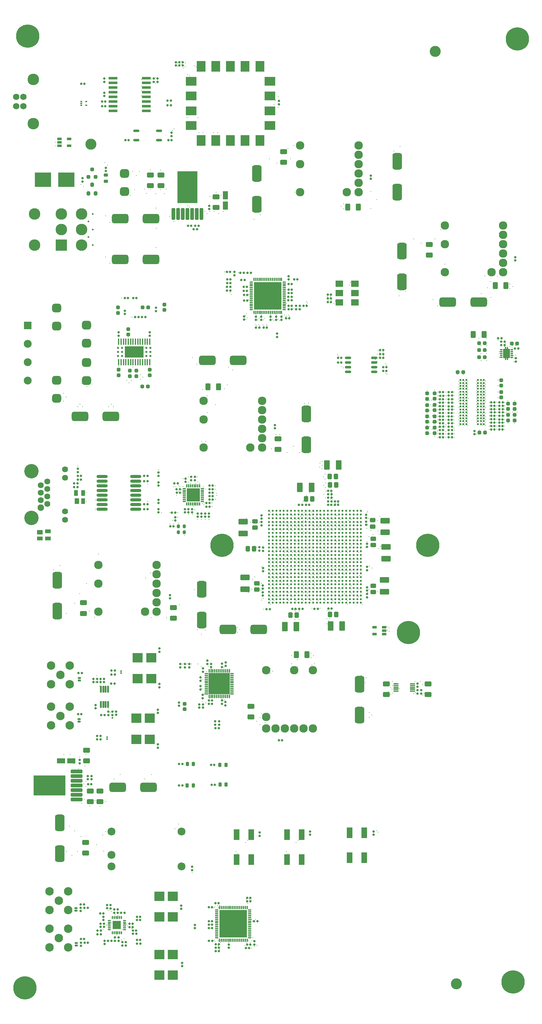
<source format=gts>
G04*
G04 #@! TF.GenerationSoftware,Altium Limited,Altium Designer,22.11.1 (43)*
G04*
G04 Layer_Color=8388736*
%FSLAX44Y44*%
%MOMM*%
G71*
G04*
G04 #@! TF.SameCoordinates,34125678-5B9D-45F6-926E-A613B9C88BDA*
G04*
G04*
G04 #@! TF.FilePolarity,Negative*
G04*
G01*
G75*
%ADD31R,5.1600X3.1000*%
%ADD35C,2.1590*%
G04:AMPARAMS|DCode=94|XSize=1.4986mm|YSize=1.1938mm|CornerRadius=0.2529mm|HoleSize=0mm|Usage=FLASHONLY|Rotation=90.000|XOffset=0mm|YOffset=0mm|HoleType=Round|Shape=RoundedRectangle|*
%AMROUNDEDRECTD94*
21,1,1.4986,0.6881,0,0,90.0*
21,1,0.9929,1.1938,0,0,90.0*
1,1,0.5057,0.3440,0.4964*
1,1,0.5057,0.3440,-0.4964*
1,1,0.5057,-0.3440,-0.4964*
1,1,0.5057,-0.3440,0.4964*
%
%ADD94ROUNDEDRECTD94*%
%ADD95R,1.5400X2.8900*%
%ADD96C,2.2990*%
G04:AMPARAMS|DCode=97|XSize=4.5016mm|YSize=2.6016mm|CornerRadius=0.6758mm|HoleSize=0mm|Usage=FLASHONLY|Rotation=90.000|XOffset=0mm|YOffset=0mm|HoleType=Round|Shape=RoundedRectangle|*
%AMROUNDEDRECTD97*
21,1,4.5016,1.2500,0,0,90.0*
21,1,3.1500,2.6016,0,0,90.0*
1,1,1.3516,0.6250,1.5750*
1,1,1.3516,0.6250,-1.5750*
1,1,1.3516,-0.6250,-1.5750*
1,1,1.3516,-0.6250,1.5750*
%
%ADD97ROUNDEDRECTD97*%
G04:AMPARAMS|DCode=98|XSize=0.6096mm|YSize=0.6096mm|CornerRadius=0.2032mm|HoleSize=0mm|Usage=FLASHONLY|Rotation=180.000|XOffset=0mm|YOffset=0mm|HoleType=Round|Shape=RoundedRectangle|*
%AMROUNDEDRECTD98*
21,1,0.6096,0.2032,0,0,180.0*
21,1,0.2032,0.6096,0,0,180.0*
1,1,0.4064,-0.1016,0.1016*
1,1,0.4064,0.1016,0.1016*
1,1,0.4064,0.1016,-0.1016*
1,1,0.4064,-0.1016,-0.1016*
%
%ADD98ROUNDEDRECTD98*%
%ADD99C,0.5500*%
%ADD100R,1.1900X0.7400*%
G04:AMPARAMS|DCode=101|XSize=3.2mm|YSize=1.03mm|CornerRadius=0.2925mm|HoleSize=0mm|Usage=FLASHONLY|Rotation=90.000|XOffset=0mm|YOffset=0mm|HoleType=Round|Shape=RoundedRectangle|*
%AMROUNDEDRECTD101*
21,1,3.2000,0.4450,0,0,90.0*
21,1,2.6150,1.0300,0,0,90.0*
1,1,0.5850,0.2225,1.3075*
1,1,0.5850,0.2225,-1.3075*
1,1,0.5850,-0.2225,-1.3075*
1,1,0.5850,-0.2225,1.3075*
%
%ADD101ROUNDEDRECTD101*%
%ADD102R,5.4900X8.6800*%
G04:AMPARAMS|DCode=103|XSize=1.905mm|YSize=1.2954mm|CornerRadius=0.2537mm|HoleSize=0mm|Usage=FLASHONLY|Rotation=270.000|XOffset=0mm|YOffset=0mm|HoleType=Round|Shape=RoundedRectangle|*
%AMROUNDEDRECTD103*
21,1,1.9050,0.7879,0,0,270.0*
21,1,1.3975,1.2954,0,0,270.0*
1,1,0.5075,-0.3940,-0.6988*
1,1,0.5075,-0.3940,0.6988*
1,1,0.5075,0.3940,0.6988*
1,1,0.5075,0.3940,-0.6988*
%
%ADD103ROUNDEDRECTD103*%
G04:AMPARAMS|DCode=104|XSize=0.6096mm|YSize=0.6096mm|CornerRadius=0.2032mm|HoleSize=0mm|Usage=FLASHONLY|Rotation=270.000|XOffset=0mm|YOffset=0mm|HoleType=Round|Shape=RoundedRectangle|*
%AMROUNDEDRECTD104*
21,1,0.6096,0.2032,0,0,270.0*
21,1,0.2032,0.6096,0,0,270.0*
1,1,0.4064,-0.1016,-0.1016*
1,1,0.4064,-0.1016,0.1016*
1,1,0.4064,0.1016,0.1016*
1,1,0.4064,0.1016,-0.1016*
%
%ADD104ROUNDEDRECTD104*%
G04:AMPARAMS|DCode=105|XSize=1.905mm|YSize=1.2954mm|CornerRadius=0.2537mm|HoleSize=0mm|Usage=FLASHONLY|Rotation=0.000|XOffset=0mm|YOffset=0mm|HoleType=Round|Shape=RoundedRectangle|*
%AMROUNDEDRECTD105*
21,1,1.9050,0.7879,0,0,0.0*
21,1,1.3975,1.2954,0,0,0.0*
1,1,0.5075,0.6988,-0.3940*
1,1,0.5075,-0.6988,-0.3940*
1,1,0.5075,-0.6988,0.3940*
1,1,0.5075,0.6988,0.3940*
%
%ADD105ROUNDEDRECTD105*%
%ADD106R,0.9016X0.3516*%
G04:AMPARAMS|DCode=107|XSize=3.5016mm|YSize=3.5016mm|CornerRadius=0mm|HoleSize=0mm|Usage=FLASHONLY|Rotation=0.000|XOffset=0mm|YOffset=0mm|HoleType=Round|Shape=RoundedRectangle|*
%AMROUNDEDRECTD107*
21,1,3.5016,3.5016,0,0,0.0*
21,1,3.5016,3.5016,0,0,0.0*
1,1,0.0000,1.7508,-1.7508*
1,1,0.0000,-1.7508,-1.7508*
1,1,0.0000,-1.7508,1.7508*
1,1,0.0000,1.7508,1.7508*
%
%ADD107ROUNDEDRECTD107*%
%ADD108R,0.3516X0.9016*%
%ADD109O,0.9400X0.3700*%
%ADD110O,0.3700X0.9400*%
%ADD111R,7.5400X7.5400*%
%ADD112R,2.0900X1.6900*%
%ADD113O,1.4516X0.4016*%
G04:AMPARAMS|DCode=114|XSize=4.5016mm|YSize=2.6016mm|CornerRadius=0.6758mm|HoleSize=0mm|Usage=FLASHONLY|Rotation=0.000|XOffset=0mm|YOffset=0mm|HoleType=Round|Shape=RoundedRectangle|*
%AMROUNDEDRECTD114*
21,1,4.5016,1.2500,0,0,0.0*
21,1,3.1500,2.6016,0,0,0.0*
1,1,1.3516,1.5750,-0.6250*
1,1,1.3516,-1.5750,-0.6250*
1,1,1.3516,-1.5750,0.6250*
1,1,1.3516,1.5750,0.6250*
%
%ADD114ROUNDEDRECTD114*%
G04:AMPARAMS|DCode=115|XSize=2.6016mm|YSize=1.6016mm|CornerRadius=0.3508mm|HoleSize=0mm|Usage=FLASHONLY|Rotation=270.000|XOffset=0mm|YOffset=0mm|HoleType=Round|Shape=RoundedRectangle|*
%AMROUNDEDRECTD115*
21,1,2.6016,0.9000,0,0,270.0*
21,1,1.9000,1.6016,0,0,270.0*
1,1,0.7016,-0.4500,-0.9500*
1,1,0.7016,-0.4500,0.9500*
1,1,0.7016,0.4500,0.9500*
1,1,0.7016,0.4500,-0.9500*
%
%ADD115ROUNDEDRECTD115*%
G04:AMPARAMS|DCode=116|XSize=2.6016mm|YSize=1.6016mm|CornerRadius=0.3508mm|HoleSize=0mm|Usage=FLASHONLY|Rotation=0.000|XOffset=0mm|YOffset=0mm|HoleType=Round|Shape=RoundedRectangle|*
%AMROUNDEDRECTD116*
21,1,2.6016,0.9000,0,0,0.0*
21,1,1.9000,1.6016,0,0,0.0*
1,1,0.7016,0.9500,-0.4500*
1,1,0.7016,-0.9500,-0.4500*
1,1,0.7016,-0.9500,0.4500*
1,1,0.7016,0.9500,0.4500*
%
%ADD116ROUNDEDRECTD116*%
G04:AMPARAMS|DCode=117|XSize=1.4986mm|YSize=1.1938mm|CornerRadius=0.2529mm|HoleSize=0mm|Usage=FLASHONLY|Rotation=0.000|XOffset=0mm|YOffset=0mm|HoleType=Round|Shape=RoundedRectangle|*
%AMROUNDEDRECTD117*
21,1,1.4986,0.6881,0,0,0.0*
21,1,0.9929,1.1938,0,0,0.0*
1,1,0.5057,0.4964,-0.3440*
1,1,0.5057,-0.4964,-0.3440*
1,1,0.5057,-0.4964,0.3440*
1,1,0.5057,0.4964,0.3440*
%
%ADD117ROUNDEDRECTD117*%
%ADD118R,1.4516X2.3016*%
G04:AMPARAMS|DCode=119|XSize=0.38mm|YSize=0.74mm|CornerRadius=0.1192mm|HoleSize=0mm|Usage=FLASHONLY|Rotation=90.000|XOffset=0mm|YOffset=0mm|HoleType=Round|Shape=RoundedRectangle|*
%AMROUNDEDRECTD119*
21,1,0.3800,0.5016,0,0,90.0*
21,1,0.1416,0.7400,0,0,90.0*
1,1,0.2384,0.2508,0.0708*
1,1,0.2384,0.2508,-0.0708*
1,1,0.2384,-0.2508,-0.0708*
1,1,0.2384,-0.2508,0.0708*
%
%ADD119ROUNDEDRECTD119*%
G04:AMPARAMS|DCode=120|XSize=2.54mm|YSize=1.79mm|CornerRadius=0.1113mm|HoleSize=0mm|Usage=FLASHONLY|Rotation=90.000|XOffset=0mm|YOffset=0mm|HoleType=Round|Shape=RoundedRectangle|*
%AMROUNDEDRECTD120*
21,1,2.5400,1.5675,0,0,90.0*
21,1,2.3175,1.7900,0,0,90.0*
1,1,0.2225,0.7838,1.1588*
1,1,0.2225,0.7838,-1.1588*
1,1,0.2225,-0.7838,-1.1588*
1,1,0.2225,-0.7838,1.1588*
%
%ADD120ROUNDEDRECTD120*%
%ADD121C,0.5516*%
G04:AMPARAMS|DCode=122|XSize=0.9906mm|YSize=0.9652mm|CornerRadius=0.2019mm|HoleSize=0mm|Usage=FLASHONLY|Rotation=270.000|XOffset=0mm|YOffset=0mm|HoleType=Round|Shape=RoundedRectangle|*
%AMROUNDEDRECTD122*
21,1,0.9906,0.5613,0,0,270.0*
21,1,0.5867,0.9652,0,0,270.0*
1,1,0.4039,-0.2807,-0.2934*
1,1,0.4039,-0.2807,0.2934*
1,1,0.4039,0.2807,0.2934*
1,1,0.4039,0.2807,-0.2934*
%
%ADD122ROUNDEDRECTD122*%
G04:AMPARAMS|DCode=123|XSize=0.9906mm|YSize=0.9652mm|CornerRadius=0.2019mm|HoleSize=0mm|Usage=FLASHONLY|Rotation=0.000|XOffset=0mm|YOffset=0mm|HoleType=Round|Shape=RoundedRectangle|*
%AMROUNDEDRECTD123*
21,1,0.9906,0.5613,0,0,0.0*
21,1,0.5867,0.9652,0,0,0.0*
1,1,0.4039,0.2934,-0.2807*
1,1,0.4039,-0.2934,-0.2807*
1,1,0.4039,-0.2934,0.2807*
1,1,0.4039,0.2934,0.2807*
%
%ADD123ROUNDEDRECTD123*%
%ADD124O,1.7516X0.7016*%
G04:AMPARAMS|DCode=125|XSize=1.1016mm|YSize=0.9016mm|CornerRadius=0.2508mm|HoleSize=0mm|Usage=FLASHONLY|Rotation=180.000|XOffset=0mm|YOffset=0mm|HoleType=Round|Shape=RoundedRectangle|*
%AMROUNDEDRECTD125*
21,1,1.1016,0.4000,0,0,180.0*
21,1,0.6000,0.9016,0,0,180.0*
1,1,0.5016,-0.3000,0.2000*
1,1,0.5016,0.3000,0.2000*
1,1,0.5016,0.3000,-0.2000*
1,1,0.5016,-0.3000,-0.2000*
%
%ADD125ROUNDEDRECTD125*%
G04:AMPARAMS|DCode=126|XSize=0.94mm|YSize=1.04mm|CornerRadius=0.15mm|HoleSize=0mm|Usage=FLASHONLY|Rotation=180.000|XOffset=0mm|YOffset=0mm|HoleType=Round|Shape=RoundedRectangle|*
%AMROUNDEDRECTD126*
21,1,0.9400,0.7400,0,0,180.0*
21,1,0.6400,1.0400,0,0,180.0*
1,1,0.3000,-0.3200,0.3700*
1,1,0.3000,0.3200,0.3700*
1,1,0.3000,0.3200,-0.3700*
1,1,0.3000,-0.3200,-0.3700*
%
%ADD126ROUNDEDRECTD126*%
G04:AMPARAMS|DCode=127|XSize=0.94mm|YSize=1.14mm|CornerRadius=0.27mm|HoleSize=0mm|Usage=FLASHONLY|Rotation=180.000|XOffset=0mm|YOffset=0mm|HoleType=Round|Shape=RoundedRectangle|*
%AMROUNDEDRECTD127*
21,1,0.9400,0.6000,0,0,180.0*
21,1,0.4000,1.1400,0,0,180.0*
1,1,0.5400,-0.2000,0.3000*
1,1,0.5400,0.2000,0.3000*
1,1,0.5400,0.2000,-0.3000*
1,1,0.5400,-0.2000,-0.3000*
%
%ADD127ROUNDEDRECTD127*%
%ADD128R,2.9400X2.4400*%
%ADD129R,2.4400X2.9400*%
G04:AMPARAMS|DCode=130|XSize=0.79mm|YSize=0.99mm|CornerRadius=0.2325mm|HoleSize=0mm|Usage=FLASHONLY|Rotation=0.000|XOffset=0mm|YOffset=0mm|HoleType=Round|Shape=RoundedRectangle|*
%AMROUNDEDRECTD130*
21,1,0.7900,0.5250,0,0,0.0*
21,1,0.3250,0.9900,0,0,0.0*
1,1,0.4650,0.1625,-0.2625*
1,1,0.4650,-0.1625,-0.2625*
1,1,0.4650,-0.1625,0.2625*
1,1,0.4650,0.1625,0.2625*
%
%ADD130ROUNDEDRECTD130*%
%ADD131O,0.4016X1.7016*%
G04:AMPARAMS|DCode=132|XSize=2.4632mm|YSize=2.3632mm|CornerRadius=0.6416mm|HoleSize=0mm|Usage=FLASHONLY|Rotation=180.000|XOffset=0mm|YOffset=0mm|HoleType=Round|Shape=RoundedRectangle|*
%AMROUNDEDRECTD132*
21,1,2.4632,1.0800,0,0,180.0*
21,1,1.1800,2.3632,0,0,180.0*
1,1,1.2832,-0.5900,0.5400*
1,1,1.2832,0.5900,0.5400*
1,1,1.2832,0.5900,-0.5400*
1,1,1.2832,-0.5900,-0.5400*
%
%ADD132ROUNDEDRECTD132*%
%ADD133R,1.3016X1.5016*%
%ADD134R,1.1016X1.5016*%
%ADD135R,1.5016X1.3016*%
%ADD136R,1.5016X1.1016*%
G04:AMPARAMS|DCode=137|XSize=3.2mm|YSize=1.03mm|CornerRadius=0.2925mm|HoleSize=0mm|Usage=FLASHONLY|Rotation=180.000|XOffset=0mm|YOffset=0mm|HoleType=Round|Shape=RoundedRectangle|*
%AMROUNDEDRECTD137*
21,1,3.2000,0.4450,0,0,180.0*
21,1,2.6150,1.0300,0,0,180.0*
1,1,0.5850,-1.3075,0.2225*
1,1,0.5850,1.3075,0.2225*
1,1,0.5850,1.3075,-0.2225*
1,1,0.5850,-1.3075,-0.2225*
%
%ADD137ROUNDEDRECTD137*%
%ADD138R,8.6800X5.4900*%
%ADD139R,2.7016X2.6016*%
%ADD140R,7.5400X7.5400*%
%ADD141R,2.2500X2.2500*%
%ADD142O,0.3500X0.9500*%
%ADD143O,0.9500X0.3500*%
G04:AMPARAMS|DCode=144|XSize=0.5mm|YSize=0.8mm|CornerRadius=0.1mm|HoleSize=0mm|Usage=FLASHONLY|Rotation=270.000|XOffset=0mm|YOffset=0mm|HoleType=Round|Shape=RoundedRectangle|*
%AMROUNDEDRECTD144*
21,1,0.5000,0.6000,0,0,270.0*
21,1,0.3000,0.8000,0,0,270.0*
1,1,0.2000,-0.3000,-0.1500*
1,1,0.2000,-0.3000,0.1500*
1,1,0.2000,0.3000,0.1500*
1,1,0.2000,0.3000,-0.1500*
%
%ADD144ROUNDEDRECTD144*%
%ADD145O,0.4200X0.9900*%
%ADD146O,0.9900X0.4200*%
%ADD147R,5.7400X5.7400*%
%ADD148O,0.5400X1.9400*%
%ADD149R,0.5588X0.4064*%
%ADD150C,3.0000*%
%ADD151O,3.0226X0.8636*%
%ADD152R,4.4450X4.0132*%
G04:AMPARAMS|DCode=153|XSize=0.4mm|YSize=0.55mm|CornerRadius=0.125mm|HoleSize=0mm|Usage=FLASHONLY|Rotation=90.000|XOffset=0mm|YOffset=0mm|HoleType=Round|Shape=RoundedRectangle|*
%AMROUNDEDRECTD153*
21,1,0.4000,0.3000,0,0,90.0*
21,1,0.1500,0.5500,0,0,90.0*
1,1,0.2500,0.1500,0.0750*
1,1,0.2500,0.1500,-0.0750*
1,1,0.2500,-0.1500,-0.0750*
1,1,0.2500,-0.1500,0.0750*
%
%ADD153ROUNDEDRECTD153*%
%ADD154R,2.3016X1.4516*%
%ADD155O,1.7016X0.7016*%
%ADD156R,2.4390X0.6990*%
G04:AMPARAMS|DCode=157|XSize=1.1016mm|YSize=0.9016mm|CornerRadius=0.2508mm|HoleSize=0mm|Usage=FLASHONLY|Rotation=270.000|XOffset=0mm|YOffset=0mm|HoleType=Round|Shape=RoundedRectangle|*
%AMROUNDEDRECTD157*
21,1,1.1016,0.4000,0,0,270.0*
21,1,0.6000,0.9016,0,0,270.0*
1,1,0.5016,-0.2000,-0.3000*
1,1,0.5016,-0.2000,0.3000*
1,1,0.5016,0.2000,0.3000*
1,1,0.5016,0.2000,-0.3000*
%
%ADD157ROUNDEDRECTD157*%
%ADD158C,6.3400*%
%ADD159C,0.7016*%
%ADD160C,2.3016*%
%ADD161C,2.1450*%
%ADD162R,2.1450X2.1450*%
%ADD163C,3.1400*%
%ADD164C,1.7400*%
%ADD165C,3.9116*%
G04:AMPARAMS|DCode=166|XSize=1.6256mm|YSize=1.6256mm|CornerRadius=0mm|HoleSize=0mm|Usage=FLASHONLY|Rotation=270.000|XOffset=0mm|YOffset=0mm|HoleType=Round|Shape=Octagon|*
%AMOCTAGOND166*
4,1,8,-0.4064,-0.8128,0.4064,-0.8128,0.8128,-0.4064,0.8128,0.4064,0.4064,0.8128,-0.4064,0.8128,-0.8128,0.4064,-0.8128,-0.4064,-0.4064,-0.8128,0.0*
%
%ADD166OCTAGOND166*%

%ADD167C,1.6256*%
%ADD168R,3.1400X3.1400*%
%ADD169C,3.1372*%
%ADD170C,0.2794*%
%ADD171C,0.4826*%
%ADD172C,0.6096*%
%ADD173C,0.6016*%
G36*
X1373381Y1800071D02*
X1373409D01*
X1373436Y1800067D01*
X1373463Y1800065D01*
X1373490Y1800058D01*
X1373517Y1800054D01*
X1373544Y1800046D01*
X1373571Y1800039D01*
X1373596Y1800029D01*
X1373622Y1800020D01*
X1373806Y1799944D01*
X1373831Y1799931D01*
X1373856Y1799921D01*
X1373880Y1799906D01*
X1373904Y1799894D01*
X1373927Y1799878D01*
X1373950Y1799863D01*
X1373971Y1799845D01*
X1373993Y1799829D01*
X1374013Y1799810D01*
X1374034Y1799792D01*
X1374174Y1799651D01*
X1374193Y1799630D01*
X1374212Y1799611D01*
X1374228Y1799588D01*
X1374246Y1799567D01*
X1374260Y1799544D01*
X1374277Y1799521D01*
X1374289Y1799497D01*
X1374304Y1799473D01*
X1374314Y1799448D01*
X1374327Y1799423D01*
X1374403Y1799240D01*
X1374411Y1799213D01*
X1374422Y1799188D01*
X1374428Y1799161D01*
X1374437Y1799135D01*
X1374441Y1799108D01*
X1374448Y1799081D01*
X1374450Y1799053D01*
X1374454Y1799026D01*
Y1798999D01*
X1374456Y1798971D01*
Y1765772D01*
X1374454Y1765744D01*
Y1765717D01*
X1374450Y1765690D01*
X1374448Y1765662D01*
X1374441Y1765635D01*
X1374437Y1765608D01*
X1374428Y1765582D01*
X1374422Y1765555D01*
X1374411Y1765529D01*
X1374403Y1765503D01*
X1374327Y1765319D01*
X1374314Y1765295D01*
X1374304Y1765269D01*
X1374289Y1765246D01*
X1374277Y1765221D01*
X1374260Y1765199D01*
X1374246Y1765175D01*
X1374228Y1765155D01*
X1374212Y1765132D01*
X1374192Y1765112D01*
X1374174Y1765092D01*
X1374034Y1764951D01*
X1374013Y1764933D01*
X1373993Y1764913D01*
X1373971Y1764897D01*
X1373950Y1764879D01*
X1373927Y1764865D01*
X1373904Y1764849D01*
X1373880Y1764836D01*
X1373856Y1764822D01*
X1373831Y1764811D01*
X1373806Y1764799D01*
X1373622Y1764723D01*
X1373596Y1764714D01*
X1373571Y1764704D01*
X1373544Y1764697D01*
X1373517Y1764689D01*
X1373490Y1764684D01*
X1373463Y1764678D01*
X1373436Y1764676D01*
X1373409Y1764671D01*
X1373381D01*
X1373354Y1764669D01*
X1371655D01*
X1371627Y1764671D01*
X1371600D01*
X1371572Y1764676D01*
X1371545Y1764678D01*
X1371518Y1764684D01*
X1371491Y1764689D01*
X1371465Y1764697D01*
X1371438Y1764704D01*
X1371412Y1764714D01*
X1371386Y1764723D01*
X1371202Y1764799D01*
X1371178Y1764811D01*
X1371152Y1764822D01*
X1371129Y1764836D01*
X1371104Y1764849D01*
X1371082Y1764865D01*
X1371058Y1764879D01*
X1371037Y1764897D01*
X1371015Y1764913D01*
X1370995Y1764933D01*
X1370974Y1764951D01*
X1370834Y1765092D01*
X1370816Y1765112D01*
X1370796Y1765132D01*
X1370780Y1765155D01*
X1370762Y1765175D01*
X1370748Y1765199D01*
X1370732Y1765221D01*
X1370719Y1765246D01*
X1370705Y1765269D01*
X1370694Y1765295D01*
X1370681Y1765320D01*
X1370605Y1765503D01*
X1370597Y1765530D01*
X1370586Y1765555D01*
X1370580Y1765582D01*
X1370571Y1765608D01*
X1370567Y1765635D01*
X1370561Y1765662D01*
X1370558Y1765690D01*
X1370554Y1765717D01*
Y1765744D01*
X1370552Y1765772D01*
Y1798971D01*
X1370554Y1798998D01*
Y1799026D01*
X1370558Y1799053D01*
X1370561Y1799081D01*
X1370567Y1799107D01*
X1370571Y1799135D01*
X1370580Y1799161D01*
X1370586Y1799188D01*
X1370597Y1799213D01*
X1370605Y1799239D01*
X1370681Y1799423D01*
X1370694Y1799448D01*
X1370705Y1799473D01*
X1370719Y1799497D01*
X1370732Y1799521D01*
X1370748Y1799544D01*
X1370762Y1799567D01*
X1370780Y1799588D01*
X1370796Y1799610D01*
X1370816Y1799630D01*
X1370834Y1799651D01*
X1370974Y1799792D01*
X1370995Y1799810D01*
X1371015Y1799829D01*
X1371037Y1799845D01*
X1371058Y1799863D01*
X1371082Y1799878D01*
X1371104Y1799894D01*
X1371129Y1799906D01*
X1371152Y1799921D01*
X1371178Y1799931D01*
X1371202Y1799944D01*
X1371386Y1800020D01*
X1371412Y1800029D01*
X1371438Y1800039D01*
X1371465Y1800046D01*
X1371491Y1800054D01*
X1371518Y1800058D01*
X1371545Y1800065D01*
X1371573Y1800067D01*
X1371600Y1800071D01*
X1371627D01*
X1371655Y1800074D01*
X1373354D01*
X1373381Y1800071D01*
D02*
G37*
G36*
X1368381D02*
X1368409D01*
X1368436Y1800067D01*
X1368463Y1800065D01*
X1368490Y1800058D01*
X1368517Y1800054D01*
X1368544Y1800046D01*
X1368571Y1800039D01*
X1368596Y1800029D01*
X1368622Y1800020D01*
X1368806Y1799944D01*
X1368831Y1799931D01*
X1368856Y1799921D01*
X1368880Y1799906D01*
X1368904Y1799894D01*
X1368927Y1799878D01*
X1368950Y1799863D01*
X1368971Y1799845D01*
X1368993Y1799829D01*
X1369013Y1799810D01*
X1369034Y1799792D01*
X1369174Y1799651D01*
X1369193Y1799630D01*
X1369212Y1799611D01*
X1369228Y1799588D01*
X1369246Y1799567D01*
X1369260Y1799544D01*
X1369277Y1799521D01*
X1369289Y1799497D01*
X1369304Y1799473D01*
X1369314Y1799448D01*
X1369327Y1799423D01*
X1369403Y1799240D01*
X1369411Y1799213D01*
X1369422Y1799188D01*
X1369428Y1799161D01*
X1369437Y1799135D01*
X1369441Y1799108D01*
X1369448Y1799081D01*
X1369450Y1799053D01*
X1369454Y1799026D01*
Y1798999D01*
X1369456Y1798971D01*
Y1765772D01*
X1369454Y1765744D01*
Y1765717D01*
X1369450Y1765690D01*
X1369448Y1765662D01*
X1369441Y1765635D01*
X1369437Y1765608D01*
X1369428Y1765582D01*
X1369422Y1765555D01*
X1369411Y1765529D01*
X1369403Y1765503D01*
X1369327Y1765319D01*
X1369314Y1765295D01*
X1369304Y1765269D01*
X1369289Y1765246D01*
X1369277Y1765221D01*
X1369260Y1765199D01*
X1369246Y1765175D01*
X1369228Y1765155D01*
X1369212Y1765132D01*
X1369192Y1765112D01*
X1369174Y1765092D01*
X1369034Y1764951D01*
X1369013Y1764933D01*
X1368993Y1764913D01*
X1368971Y1764897D01*
X1368950Y1764879D01*
X1368927Y1764865D01*
X1368904Y1764849D01*
X1368880Y1764836D01*
X1368856Y1764822D01*
X1368831Y1764811D01*
X1368806Y1764799D01*
X1368622Y1764723D01*
X1368596Y1764714D01*
X1368571Y1764704D01*
X1368544Y1764697D01*
X1368517Y1764689D01*
X1368490Y1764684D01*
X1368463Y1764678D01*
X1368436Y1764676D01*
X1368409Y1764671D01*
X1368381D01*
X1368354Y1764669D01*
X1366655D01*
X1366627Y1764671D01*
X1366600D01*
X1366572Y1764676D01*
X1366545Y1764678D01*
X1366518Y1764684D01*
X1366491Y1764689D01*
X1366465Y1764697D01*
X1366438Y1764704D01*
X1366412Y1764714D01*
X1366386Y1764723D01*
X1366202Y1764799D01*
X1366178Y1764811D01*
X1366152Y1764822D01*
X1366129Y1764836D01*
X1366104Y1764849D01*
X1366082Y1764865D01*
X1366058Y1764879D01*
X1366037Y1764897D01*
X1366015Y1764913D01*
X1365995Y1764933D01*
X1365974Y1764951D01*
X1365834Y1765092D01*
X1365816Y1765112D01*
X1365796Y1765132D01*
X1365780Y1765155D01*
X1365762Y1765175D01*
X1365748Y1765199D01*
X1365732Y1765221D01*
X1365719Y1765246D01*
X1365705Y1765269D01*
X1365694Y1765295D01*
X1365681Y1765320D01*
X1365605Y1765503D01*
X1365597Y1765530D01*
X1365586Y1765555D01*
X1365580Y1765582D01*
X1365571Y1765608D01*
X1365567Y1765635D01*
X1365561Y1765662D01*
X1365558Y1765690D01*
X1365554Y1765717D01*
Y1765744D01*
X1365552Y1765772D01*
Y1798971D01*
X1365554Y1798998D01*
Y1799026D01*
X1365558Y1799053D01*
X1365561Y1799081D01*
X1365567Y1799107D01*
X1365571Y1799135D01*
X1365580Y1799161D01*
X1365586Y1799188D01*
X1365597Y1799213D01*
X1365605Y1799239D01*
X1365681Y1799423D01*
X1365694Y1799448D01*
X1365705Y1799473D01*
X1365719Y1799497D01*
X1365732Y1799521D01*
X1365748Y1799544D01*
X1365762Y1799567D01*
X1365780Y1799588D01*
X1365796Y1799610D01*
X1365816Y1799630D01*
X1365834Y1799651D01*
X1365974Y1799792D01*
X1365995Y1799810D01*
X1366015Y1799829D01*
X1366037Y1799845D01*
X1366058Y1799863D01*
X1366082Y1799878D01*
X1366104Y1799894D01*
X1366129Y1799906D01*
X1366152Y1799921D01*
X1366178Y1799931D01*
X1366202Y1799944D01*
X1366386Y1800020D01*
X1366412Y1800029D01*
X1366438Y1800039D01*
X1366465Y1800046D01*
X1366491Y1800054D01*
X1366518Y1800058D01*
X1366545Y1800065D01*
X1366573Y1800067D01*
X1366600Y1800071D01*
X1366627D01*
X1366655Y1800074D01*
X1368354D01*
X1368381Y1800071D01*
D02*
G37*
D31*
X357580Y1786529D02*
D03*
D35*
X485850Y387497D02*
D03*
X295350D02*
D03*
Y419247D02*
D03*
X485850Y482747D02*
D03*
X295350D02*
D03*
D94*
X799747Y1070976D02*
D03*
X782729D02*
D03*
X906371Y1447756D02*
D03*
X889353D02*
D03*
X906824Y1425095D02*
D03*
X889806D02*
D03*
X907197Y1072439D02*
D03*
X890179D02*
D03*
X666164Y1251267D02*
D03*
X683182D02*
D03*
X841861Y1387173D02*
D03*
X824843D02*
D03*
D95*
X635800Y474069D02*
D03*
X675800Y406569D02*
D03*
Y474069D02*
D03*
X635800Y406569D02*
D03*
X772960D02*
D03*
X812960Y474069D02*
D03*
Y406569D02*
D03*
X772960Y474069D02*
D03*
X943140Y479159D02*
D03*
X983140Y411659D02*
D03*
Y479159D02*
D03*
X943140Y411659D02*
D03*
D96*
X843190Y921391D02*
D03*
X792390D02*
D03*
X716190D02*
D03*
X843190Y762641D02*
D03*
X792390D02*
D03*
X817790D02*
D03*
X741590D02*
D03*
X766990D02*
D03*
X716190Y794391D02*
D03*
Y762641D02*
D03*
X967815Y2220869D02*
D03*
X936065D02*
D03*
X967815Y2271669D02*
D03*
Y2246269D02*
D03*
Y2322469D02*
D03*
Y2297069D02*
D03*
Y2347869D02*
D03*
X809065Y2220869D02*
D03*
Y2297069D02*
D03*
Y2347869D02*
D03*
X1201991Y2130173D02*
D03*
Y2079373D02*
D03*
Y2003173D02*
D03*
X1360741Y2130173D02*
D03*
Y2079373D02*
D03*
Y2104773D02*
D03*
Y2028573D02*
D03*
Y2053973D02*
D03*
X1328990Y2003173D02*
D03*
X1360741D02*
D03*
X259826Y1207134D02*
D03*
Y1156334D02*
D03*
Y1080134D02*
D03*
X418576Y1207134D02*
D03*
Y1156334D02*
D03*
Y1181734D02*
D03*
Y1105534D02*
D03*
Y1130934D02*
D03*
X386826Y1080134D02*
D03*
X418576D02*
D03*
X705108Y1526563D02*
D03*
X673358D02*
D03*
X705108Y1577363D02*
D03*
Y1551963D02*
D03*
Y1628163D02*
D03*
Y1602763D02*
D03*
Y1653563D02*
D03*
X546358Y1526563D02*
D03*
Y1602763D02*
D03*
Y1653563D02*
D03*
D97*
X1085134Y1976953D02*
D03*
Y2060953D02*
D03*
X1073154Y2220867D02*
D03*
Y2304867D02*
D03*
X690676Y2271488D02*
D03*
Y2187488D02*
D03*
X970370Y883461D02*
D03*
Y799461D02*
D03*
X825846Y1534003D02*
D03*
Y1618003D02*
D03*
X540931Y1057549D02*
D03*
Y1141549D02*
D03*
X148297Y1165679D02*
D03*
Y1081679D02*
D03*
X154600Y422369D02*
D03*
Y506369D02*
D03*
D98*
X308295Y799686D02*
D03*
Y808576D02*
D03*
X758220Y1882494D02*
D03*
Y1873604D02*
D03*
X688220Y1882414D02*
D03*
Y1873524D02*
D03*
X728340Y1882414D02*
D03*
Y1873524D02*
D03*
X743220Y1882414D02*
D03*
Y1873524D02*
D03*
X703220Y1882414D02*
D03*
Y1873524D02*
D03*
X655950Y1883049D02*
D03*
Y1874159D02*
D03*
X629586Y2003699D02*
D03*
Y1994809D02*
D03*
X807633Y1911492D02*
D03*
Y1902602D02*
D03*
X797393Y1911412D02*
D03*
Y1902522D02*
D03*
X777126Y1983679D02*
D03*
Y1992569D02*
D03*
X745680Y1827175D02*
D03*
Y1836065D02*
D03*
X1000899Y2266109D02*
D03*
Y2257219D02*
D03*
X1128124Y857852D02*
D03*
Y866742D02*
D03*
X1128064Y884827D02*
D03*
Y875937D02*
D03*
X1137821Y866633D02*
D03*
Y857743D02*
D03*
X987962Y1343759D02*
D03*
Y1334870D02*
D03*
X706731Y1151615D02*
D03*
Y1142725D02*
D03*
X706654Y1124255D02*
D03*
Y1133145D02*
D03*
X990834Y1193292D02*
D03*
Y1202182D02*
D03*
Y1146751D02*
D03*
Y1137861D02*
D03*
Y1119372D02*
D03*
Y1128262D02*
D03*
X990834Y1264957D02*
D03*
Y1256067D02*
D03*
X987996Y1316226D02*
D03*
Y1325116D02*
D03*
X707582Y1190348D02*
D03*
Y1199238D02*
D03*
X697869Y1246322D02*
D03*
Y1255212D02*
D03*
X707534Y1245670D02*
D03*
Y1254560D02*
D03*
X703754Y1314955D02*
D03*
Y1323845D02*
D03*
X703724Y1341992D02*
D03*
Y1333102D02*
D03*
X740255Y1587587D02*
D03*
Y1578697D02*
D03*
X561755Y2183678D02*
D03*
Y2174788D02*
D03*
X1282483Y1562888D02*
D03*
Y1571778D02*
D03*
X1395404Y1760431D02*
D03*
Y1769321D02*
D03*
X1393907Y2043954D02*
D03*
Y2035064D02*
D03*
X280579Y2287101D02*
D03*
Y2278211D02*
D03*
X216830Y2258786D02*
D03*
Y2249896D02*
D03*
X470640Y2565122D02*
D03*
Y2574012D02*
D03*
X480338Y2565281D02*
D03*
Y2574171D02*
D03*
X489660Y2565224D02*
D03*
Y2574114D02*
D03*
X410950Y2529551D02*
D03*
Y2520661D02*
D03*
X420946Y2529550D02*
D03*
Y2520660D02*
D03*
X458989Y2382329D02*
D03*
Y2373439D02*
D03*
X276220Y2482104D02*
D03*
Y2490995D02*
D03*
X276260Y2529550D02*
D03*
Y2520660D02*
D03*
X530240Y1347198D02*
D03*
Y1338308D02*
D03*
X540609Y1347196D02*
D03*
Y1338306D02*
D03*
X550560Y1347198D02*
D03*
Y1338308D02*
D03*
X560720Y1347198D02*
D03*
Y1338308D02*
D03*
X512262Y1437802D02*
D03*
Y1446692D02*
D03*
X497216Y1433357D02*
D03*
Y1442247D02*
D03*
X522259Y1437800D02*
D03*
Y1446690D02*
D03*
X515010Y1359296D02*
D03*
Y1350406D02*
D03*
X495410Y1359296D02*
D03*
Y1350406D02*
D03*
X505100D02*
D03*
Y1359296D02*
D03*
X469086Y1336991D02*
D03*
Y1328101D02*
D03*
X331780Y1898479D02*
D03*
Y1889589D02*
D03*
X416423Y1906617D02*
D03*
Y1897726D02*
D03*
X399830Y1839789D02*
D03*
Y1830899D02*
D03*
X315330Y1839787D02*
D03*
Y1830897D02*
D03*
X423464Y1458561D02*
D03*
Y1449671D02*
D03*
X423505Y1422957D02*
D03*
Y1431847D02*
D03*
X423503Y1350326D02*
D03*
Y1359216D02*
D03*
X423505Y1384313D02*
D03*
Y1375423D02*
D03*
X454571Y1125494D02*
D03*
Y1116604D02*
D03*
X514645Y386653D02*
D03*
Y377763D02*
D03*
X209489Y676962D02*
D03*
Y668072D02*
D03*
X241078Y633369D02*
D03*
Y624479D02*
D03*
X231637Y624610D02*
D03*
Y633500D02*
D03*
X522262Y228634D02*
D03*
Y219744D02*
D03*
X488086Y116479D02*
D03*
Y125369D02*
D03*
X683811Y175587D02*
D03*
Y184477D02*
D03*
X614410Y166644D02*
D03*
Y175534D02*
D03*
X211565Y275359D02*
D03*
Y266469D02*
D03*
X212239Y180534D02*
D03*
Y171644D02*
D03*
X485627Y272318D02*
D03*
Y281208D02*
D03*
X304880Y185592D02*
D03*
Y194482D02*
D03*
X302799Y261785D02*
D03*
Y270675D02*
D03*
X292880Y273872D02*
D03*
Y282762D02*
D03*
X273908Y250622D02*
D03*
Y241732D02*
D03*
X276860Y176801D02*
D03*
Y185691D02*
D03*
X283418Y273969D02*
D03*
Y282859D02*
D03*
X334831Y172892D02*
D03*
Y181782D02*
D03*
X315180Y185592D02*
D03*
Y194482D02*
D03*
X325620Y172892D02*
D03*
Y181782D02*
D03*
X312283Y261803D02*
D03*
Y270693D02*
D03*
X577905Y781978D02*
D03*
Y773088D02*
D03*
X588101Y781978D02*
D03*
Y773088D02*
D03*
X479424Y824476D02*
D03*
Y833366D02*
D03*
X421887Y710591D02*
D03*
Y719481D02*
D03*
X425697Y980112D02*
D03*
Y971222D02*
D03*
Y874914D02*
D03*
Y883804D02*
D03*
X252502Y817552D02*
D03*
Y826442D02*
D03*
X275445Y897809D02*
D03*
Y888919D02*
D03*
X256312Y897738D02*
D03*
Y888848D02*
D03*
X246284Y897738D02*
D03*
Y888848D02*
D03*
X266131Y897764D02*
D03*
Y888874D02*
D03*
X297876Y808499D02*
D03*
Y799609D02*
D03*
X286855Y808496D02*
D03*
Y799606D02*
D03*
X482274Y937895D02*
D03*
Y929005D02*
D03*
X507040Y937895D02*
D03*
Y929005D02*
D03*
X494974Y937895D02*
D03*
Y929005D02*
D03*
X544586Y925905D02*
D03*
Y917015D02*
D03*
X538116Y901405D02*
D03*
Y892515D02*
D03*
X538076Y869015D02*
D03*
Y877905D02*
D03*
X560352Y838755D02*
D03*
Y829865D02*
D03*
X543859Y854088D02*
D03*
Y845198D02*
D03*
X606315Y933382D02*
D03*
Y942272D02*
D03*
X556073Y938140D02*
D03*
Y947030D02*
D03*
X605633Y834417D02*
D03*
Y825527D02*
D03*
X566156Y929638D02*
D03*
Y938528D02*
D03*
X596117Y929718D02*
D03*
Y938608D02*
D03*
X596156Y838835D02*
D03*
Y829945D02*
D03*
X534266Y828205D02*
D03*
Y819315D02*
D03*
X544187Y828285D02*
D03*
Y819395D02*
D03*
X569062Y838835D02*
D03*
Y829945D02*
D03*
X421887Y813742D02*
D03*
Y804852D02*
D03*
X203867Y1459943D02*
D03*
Y1468833D02*
D03*
X751280Y2459629D02*
D03*
Y2468519D02*
D03*
X698980Y479689D02*
D03*
Y470799D02*
D03*
X836140Y482864D02*
D03*
Y473974D02*
D03*
X1008860Y473984D02*
D03*
Y482874D02*
D03*
D99*
X974073Y1104560D02*
D03*
Y1114560D02*
D03*
Y1124560D02*
D03*
Y1134560D02*
D03*
Y1144560D02*
D03*
Y1154560D02*
D03*
Y1164560D02*
D03*
Y1174560D02*
D03*
Y1184560D02*
D03*
Y1194560D02*
D03*
Y1204560D02*
D03*
Y1214560D02*
D03*
Y1224560D02*
D03*
Y1234560D02*
D03*
Y1244560D02*
D03*
Y1254560D02*
D03*
Y1264560D02*
D03*
Y1274560D02*
D03*
Y1284560D02*
D03*
Y1294560D02*
D03*
Y1304560D02*
D03*
Y1314560D02*
D03*
Y1324560D02*
D03*
Y1334560D02*
D03*
Y1344560D02*
D03*
Y1354560D02*
D03*
X964073Y1104560D02*
D03*
Y1114560D02*
D03*
Y1124560D02*
D03*
Y1134560D02*
D03*
Y1144560D02*
D03*
Y1154560D02*
D03*
Y1164560D02*
D03*
Y1174560D02*
D03*
Y1184560D02*
D03*
Y1194560D02*
D03*
Y1204560D02*
D03*
Y1214560D02*
D03*
Y1224560D02*
D03*
Y1234560D02*
D03*
Y1244560D02*
D03*
Y1254560D02*
D03*
Y1264560D02*
D03*
Y1274560D02*
D03*
Y1284560D02*
D03*
Y1294560D02*
D03*
Y1304560D02*
D03*
Y1314560D02*
D03*
Y1324560D02*
D03*
Y1334560D02*
D03*
Y1344560D02*
D03*
Y1354560D02*
D03*
X954073Y1104560D02*
D03*
Y1114560D02*
D03*
Y1124560D02*
D03*
Y1134560D02*
D03*
Y1144560D02*
D03*
Y1154560D02*
D03*
Y1164560D02*
D03*
Y1174560D02*
D03*
Y1184560D02*
D03*
Y1194560D02*
D03*
Y1204560D02*
D03*
Y1214560D02*
D03*
Y1224560D02*
D03*
Y1234560D02*
D03*
Y1244560D02*
D03*
Y1254560D02*
D03*
Y1264560D02*
D03*
Y1274560D02*
D03*
Y1284560D02*
D03*
Y1294560D02*
D03*
Y1304560D02*
D03*
Y1314560D02*
D03*
Y1324560D02*
D03*
Y1334560D02*
D03*
Y1344560D02*
D03*
Y1354560D02*
D03*
X944073Y1104560D02*
D03*
Y1114560D02*
D03*
Y1124560D02*
D03*
Y1134560D02*
D03*
Y1144560D02*
D03*
Y1154560D02*
D03*
Y1164560D02*
D03*
Y1174560D02*
D03*
Y1184560D02*
D03*
Y1194560D02*
D03*
Y1204560D02*
D03*
Y1214560D02*
D03*
Y1224560D02*
D03*
Y1234560D02*
D03*
Y1244560D02*
D03*
Y1254560D02*
D03*
Y1264560D02*
D03*
Y1274560D02*
D03*
Y1284560D02*
D03*
Y1294560D02*
D03*
Y1304560D02*
D03*
Y1314560D02*
D03*
Y1324560D02*
D03*
Y1334560D02*
D03*
Y1344560D02*
D03*
Y1354560D02*
D03*
X934073Y1104560D02*
D03*
Y1114560D02*
D03*
Y1124560D02*
D03*
Y1134560D02*
D03*
Y1144560D02*
D03*
Y1154560D02*
D03*
Y1164560D02*
D03*
Y1174560D02*
D03*
Y1184560D02*
D03*
Y1194560D02*
D03*
Y1204560D02*
D03*
Y1214560D02*
D03*
Y1224560D02*
D03*
Y1234560D02*
D03*
Y1244560D02*
D03*
Y1254560D02*
D03*
Y1264560D02*
D03*
Y1274560D02*
D03*
Y1284560D02*
D03*
Y1294560D02*
D03*
Y1304560D02*
D03*
Y1314560D02*
D03*
Y1324560D02*
D03*
Y1334560D02*
D03*
Y1344560D02*
D03*
Y1354560D02*
D03*
X924073Y1104560D02*
D03*
Y1114560D02*
D03*
Y1124560D02*
D03*
Y1134560D02*
D03*
Y1144560D02*
D03*
Y1154560D02*
D03*
Y1164560D02*
D03*
Y1174560D02*
D03*
Y1184560D02*
D03*
Y1194560D02*
D03*
Y1204560D02*
D03*
Y1214560D02*
D03*
Y1224560D02*
D03*
Y1234560D02*
D03*
Y1244560D02*
D03*
Y1254560D02*
D03*
Y1264560D02*
D03*
Y1274560D02*
D03*
Y1284560D02*
D03*
Y1294560D02*
D03*
Y1304560D02*
D03*
Y1314560D02*
D03*
Y1324560D02*
D03*
Y1334560D02*
D03*
Y1344560D02*
D03*
Y1354560D02*
D03*
X914073Y1104560D02*
D03*
Y1114560D02*
D03*
Y1124560D02*
D03*
Y1134560D02*
D03*
Y1144560D02*
D03*
Y1154560D02*
D03*
Y1164560D02*
D03*
Y1174560D02*
D03*
Y1184560D02*
D03*
Y1194560D02*
D03*
Y1204560D02*
D03*
Y1214560D02*
D03*
Y1224560D02*
D03*
Y1234560D02*
D03*
Y1244560D02*
D03*
Y1254560D02*
D03*
Y1264560D02*
D03*
Y1274560D02*
D03*
Y1284560D02*
D03*
Y1294560D02*
D03*
Y1304560D02*
D03*
Y1314560D02*
D03*
Y1324560D02*
D03*
Y1334560D02*
D03*
Y1344560D02*
D03*
Y1354560D02*
D03*
X904073Y1104560D02*
D03*
Y1114560D02*
D03*
Y1124560D02*
D03*
Y1134560D02*
D03*
Y1144560D02*
D03*
Y1154560D02*
D03*
Y1164560D02*
D03*
Y1174560D02*
D03*
Y1184560D02*
D03*
Y1194560D02*
D03*
Y1204560D02*
D03*
Y1214560D02*
D03*
Y1224560D02*
D03*
Y1234560D02*
D03*
Y1244560D02*
D03*
Y1254560D02*
D03*
Y1264560D02*
D03*
Y1274560D02*
D03*
Y1284560D02*
D03*
Y1294560D02*
D03*
Y1304560D02*
D03*
Y1314560D02*
D03*
Y1324560D02*
D03*
Y1334560D02*
D03*
Y1344560D02*
D03*
Y1354560D02*
D03*
X894073Y1104560D02*
D03*
Y1114560D02*
D03*
Y1124560D02*
D03*
Y1134560D02*
D03*
Y1144560D02*
D03*
Y1154560D02*
D03*
Y1164560D02*
D03*
Y1174560D02*
D03*
Y1184560D02*
D03*
Y1194560D02*
D03*
Y1204560D02*
D03*
Y1214560D02*
D03*
Y1224560D02*
D03*
Y1234560D02*
D03*
Y1244560D02*
D03*
Y1254560D02*
D03*
Y1264560D02*
D03*
Y1274560D02*
D03*
Y1284560D02*
D03*
Y1294560D02*
D03*
Y1304560D02*
D03*
Y1314560D02*
D03*
Y1324560D02*
D03*
Y1334560D02*
D03*
Y1344560D02*
D03*
Y1354560D02*
D03*
X884073Y1104560D02*
D03*
Y1114560D02*
D03*
Y1124560D02*
D03*
Y1134560D02*
D03*
Y1144560D02*
D03*
Y1154560D02*
D03*
Y1164560D02*
D03*
Y1174560D02*
D03*
Y1184560D02*
D03*
Y1194560D02*
D03*
Y1204560D02*
D03*
Y1214560D02*
D03*
Y1224560D02*
D03*
Y1234560D02*
D03*
Y1244560D02*
D03*
Y1254560D02*
D03*
Y1264560D02*
D03*
Y1274560D02*
D03*
Y1284560D02*
D03*
Y1294560D02*
D03*
Y1304560D02*
D03*
Y1314560D02*
D03*
Y1324560D02*
D03*
Y1334560D02*
D03*
Y1344560D02*
D03*
Y1354560D02*
D03*
X874073Y1104560D02*
D03*
Y1114560D02*
D03*
Y1124560D02*
D03*
Y1134560D02*
D03*
Y1144560D02*
D03*
Y1154560D02*
D03*
Y1164560D02*
D03*
Y1174560D02*
D03*
Y1184560D02*
D03*
Y1194560D02*
D03*
Y1204560D02*
D03*
Y1214560D02*
D03*
Y1224560D02*
D03*
Y1234560D02*
D03*
Y1244560D02*
D03*
Y1254560D02*
D03*
Y1264560D02*
D03*
Y1274560D02*
D03*
Y1284560D02*
D03*
Y1294560D02*
D03*
Y1304560D02*
D03*
Y1314560D02*
D03*
Y1324560D02*
D03*
Y1334560D02*
D03*
Y1344560D02*
D03*
Y1354560D02*
D03*
X864073Y1104560D02*
D03*
Y1114560D02*
D03*
Y1124560D02*
D03*
Y1134560D02*
D03*
Y1144560D02*
D03*
Y1154560D02*
D03*
Y1164560D02*
D03*
Y1174560D02*
D03*
Y1184560D02*
D03*
Y1194560D02*
D03*
Y1204560D02*
D03*
Y1214560D02*
D03*
Y1224560D02*
D03*
Y1234560D02*
D03*
Y1244560D02*
D03*
Y1254560D02*
D03*
Y1264560D02*
D03*
Y1274560D02*
D03*
Y1284560D02*
D03*
Y1294560D02*
D03*
Y1304560D02*
D03*
Y1314560D02*
D03*
Y1324560D02*
D03*
Y1334560D02*
D03*
Y1344560D02*
D03*
Y1354560D02*
D03*
X854073Y1104560D02*
D03*
Y1114560D02*
D03*
Y1124560D02*
D03*
Y1134560D02*
D03*
Y1144560D02*
D03*
Y1154560D02*
D03*
Y1164560D02*
D03*
Y1174560D02*
D03*
Y1184560D02*
D03*
Y1194560D02*
D03*
Y1204560D02*
D03*
Y1214560D02*
D03*
Y1224560D02*
D03*
Y1234560D02*
D03*
Y1244560D02*
D03*
Y1254560D02*
D03*
Y1264560D02*
D03*
Y1274560D02*
D03*
Y1284560D02*
D03*
Y1294560D02*
D03*
Y1304560D02*
D03*
Y1314560D02*
D03*
Y1324560D02*
D03*
Y1334560D02*
D03*
Y1344560D02*
D03*
Y1354560D02*
D03*
X844073Y1104560D02*
D03*
Y1114560D02*
D03*
Y1124560D02*
D03*
Y1134560D02*
D03*
Y1144560D02*
D03*
Y1154560D02*
D03*
Y1164560D02*
D03*
Y1174560D02*
D03*
Y1184560D02*
D03*
Y1194560D02*
D03*
Y1204560D02*
D03*
Y1214560D02*
D03*
Y1224560D02*
D03*
Y1234560D02*
D03*
Y1244560D02*
D03*
Y1254560D02*
D03*
Y1264560D02*
D03*
Y1274560D02*
D03*
Y1284560D02*
D03*
Y1294560D02*
D03*
Y1304560D02*
D03*
Y1314560D02*
D03*
Y1324560D02*
D03*
Y1334560D02*
D03*
Y1344560D02*
D03*
Y1354560D02*
D03*
X834073Y1104560D02*
D03*
Y1114560D02*
D03*
Y1124560D02*
D03*
Y1134560D02*
D03*
Y1144560D02*
D03*
Y1154560D02*
D03*
Y1164560D02*
D03*
Y1174560D02*
D03*
Y1184560D02*
D03*
Y1194560D02*
D03*
Y1204560D02*
D03*
Y1214560D02*
D03*
Y1224560D02*
D03*
Y1234560D02*
D03*
Y1244560D02*
D03*
Y1254560D02*
D03*
Y1264560D02*
D03*
Y1274560D02*
D03*
Y1284560D02*
D03*
Y1294560D02*
D03*
Y1304560D02*
D03*
Y1314560D02*
D03*
Y1324560D02*
D03*
Y1334560D02*
D03*
Y1344560D02*
D03*
Y1354560D02*
D03*
X824073Y1104560D02*
D03*
Y1114560D02*
D03*
Y1124560D02*
D03*
Y1134560D02*
D03*
Y1144560D02*
D03*
Y1154560D02*
D03*
Y1164560D02*
D03*
Y1174560D02*
D03*
Y1184560D02*
D03*
Y1194560D02*
D03*
Y1204560D02*
D03*
Y1214560D02*
D03*
Y1224560D02*
D03*
Y1234560D02*
D03*
Y1244560D02*
D03*
Y1254560D02*
D03*
Y1264560D02*
D03*
Y1274560D02*
D03*
Y1284560D02*
D03*
Y1294560D02*
D03*
Y1304560D02*
D03*
Y1314560D02*
D03*
Y1324560D02*
D03*
Y1334560D02*
D03*
Y1344560D02*
D03*
Y1354560D02*
D03*
X814073Y1104560D02*
D03*
Y1114560D02*
D03*
Y1124560D02*
D03*
Y1134560D02*
D03*
Y1144560D02*
D03*
Y1154560D02*
D03*
Y1164560D02*
D03*
Y1174560D02*
D03*
Y1184560D02*
D03*
Y1194560D02*
D03*
Y1204560D02*
D03*
Y1214560D02*
D03*
Y1224560D02*
D03*
Y1234560D02*
D03*
Y1244560D02*
D03*
Y1254560D02*
D03*
Y1264560D02*
D03*
Y1274560D02*
D03*
Y1284560D02*
D03*
Y1294560D02*
D03*
Y1304560D02*
D03*
Y1314560D02*
D03*
Y1324560D02*
D03*
Y1334560D02*
D03*
Y1344560D02*
D03*
Y1354560D02*
D03*
X804073Y1104560D02*
D03*
Y1114560D02*
D03*
Y1124560D02*
D03*
Y1134560D02*
D03*
Y1144560D02*
D03*
Y1154560D02*
D03*
Y1164560D02*
D03*
Y1174560D02*
D03*
Y1184560D02*
D03*
Y1194560D02*
D03*
Y1204560D02*
D03*
Y1214560D02*
D03*
Y1224560D02*
D03*
Y1234560D02*
D03*
Y1244560D02*
D03*
Y1254560D02*
D03*
Y1264560D02*
D03*
Y1274560D02*
D03*
Y1284560D02*
D03*
Y1294560D02*
D03*
Y1304560D02*
D03*
Y1314560D02*
D03*
Y1324560D02*
D03*
Y1334560D02*
D03*
Y1344560D02*
D03*
Y1354560D02*
D03*
X794073Y1104560D02*
D03*
Y1114560D02*
D03*
Y1124560D02*
D03*
Y1134560D02*
D03*
Y1144560D02*
D03*
Y1154560D02*
D03*
Y1164560D02*
D03*
Y1174560D02*
D03*
Y1184560D02*
D03*
Y1194560D02*
D03*
Y1204560D02*
D03*
Y1214560D02*
D03*
Y1224560D02*
D03*
Y1234560D02*
D03*
Y1244560D02*
D03*
Y1254560D02*
D03*
Y1264560D02*
D03*
Y1274560D02*
D03*
Y1284560D02*
D03*
Y1294560D02*
D03*
Y1304560D02*
D03*
Y1314560D02*
D03*
Y1324560D02*
D03*
Y1334560D02*
D03*
Y1344560D02*
D03*
Y1354560D02*
D03*
X784073Y1104560D02*
D03*
Y1114560D02*
D03*
Y1124560D02*
D03*
Y1134560D02*
D03*
Y1144560D02*
D03*
Y1154560D02*
D03*
Y1164560D02*
D03*
Y1174560D02*
D03*
Y1184560D02*
D03*
Y1194560D02*
D03*
Y1204560D02*
D03*
Y1214560D02*
D03*
Y1224560D02*
D03*
Y1234560D02*
D03*
Y1244560D02*
D03*
Y1254560D02*
D03*
Y1264560D02*
D03*
Y1274560D02*
D03*
Y1284560D02*
D03*
Y1294560D02*
D03*
Y1304560D02*
D03*
Y1314560D02*
D03*
Y1324560D02*
D03*
Y1334560D02*
D03*
Y1344560D02*
D03*
Y1354560D02*
D03*
X774073Y1104560D02*
D03*
Y1114560D02*
D03*
Y1124560D02*
D03*
Y1134560D02*
D03*
Y1144560D02*
D03*
Y1154560D02*
D03*
Y1164560D02*
D03*
Y1174560D02*
D03*
Y1184560D02*
D03*
Y1194560D02*
D03*
Y1204560D02*
D03*
Y1214560D02*
D03*
Y1224560D02*
D03*
Y1234560D02*
D03*
Y1244560D02*
D03*
Y1254560D02*
D03*
Y1264560D02*
D03*
Y1274560D02*
D03*
Y1284560D02*
D03*
Y1294560D02*
D03*
Y1304560D02*
D03*
Y1314560D02*
D03*
Y1324560D02*
D03*
Y1334560D02*
D03*
Y1344560D02*
D03*
Y1354560D02*
D03*
X764073Y1104560D02*
D03*
Y1114560D02*
D03*
Y1124560D02*
D03*
Y1134560D02*
D03*
Y1144560D02*
D03*
Y1154560D02*
D03*
Y1164560D02*
D03*
Y1174560D02*
D03*
Y1184560D02*
D03*
Y1194560D02*
D03*
Y1204560D02*
D03*
Y1214560D02*
D03*
Y1224560D02*
D03*
Y1234560D02*
D03*
Y1244560D02*
D03*
Y1254560D02*
D03*
Y1264560D02*
D03*
Y1274560D02*
D03*
Y1284560D02*
D03*
Y1294560D02*
D03*
Y1304560D02*
D03*
Y1314560D02*
D03*
Y1324560D02*
D03*
Y1334560D02*
D03*
Y1344560D02*
D03*
Y1354560D02*
D03*
X754073Y1104560D02*
D03*
Y1114560D02*
D03*
Y1124560D02*
D03*
Y1134560D02*
D03*
Y1144560D02*
D03*
Y1154560D02*
D03*
Y1164560D02*
D03*
Y1174560D02*
D03*
Y1184560D02*
D03*
Y1194560D02*
D03*
Y1204560D02*
D03*
Y1214560D02*
D03*
Y1224560D02*
D03*
Y1234560D02*
D03*
Y1244560D02*
D03*
Y1254560D02*
D03*
Y1264560D02*
D03*
Y1274560D02*
D03*
Y1284560D02*
D03*
Y1294560D02*
D03*
Y1304560D02*
D03*
Y1314560D02*
D03*
Y1324560D02*
D03*
Y1334560D02*
D03*
Y1344560D02*
D03*
Y1354560D02*
D03*
X744073Y1104560D02*
D03*
Y1114560D02*
D03*
Y1124560D02*
D03*
Y1134560D02*
D03*
Y1144560D02*
D03*
Y1154560D02*
D03*
Y1164560D02*
D03*
Y1174560D02*
D03*
Y1184560D02*
D03*
Y1194560D02*
D03*
Y1204560D02*
D03*
Y1214560D02*
D03*
Y1224560D02*
D03*
Y1234560D02*
D03*
Y1244560D02*
D03*
Y1254560D02*
D03*
Y1264560D02*
D03*
Y1274560D02*
D03*
Y1284560D02*
D03*
Y1294560D02*
D03*
Y1304560D02*
D03*
Y1314560D02*
D03*
Y1324560D02*
D03*
Y1334560D02*
D03*
Y1344560D02*
D03*
Y1354560D02*
D03*
X734073Y1104560D02*
D03*
Y1114560D02*
D03*
Y1124560D02*
D03*
Y1134560D02*
D03*
Y1144560D02*
D03*
Y1154560D02*
D03*
Y1164560D02*
D03*
Y1174560D02*
D03*
Y1184560D02*
D03*
Y1194560D02*
D03*
Y1204560D02*
D03*
Y1214560D02*
D03*
Y1224560D02*
D03*
Y1234560D02*
D03*
Y1244560D02*
D03*
Y1254560D02*
D03*
Y1264560D02*
D03*
Y1274560D02*
D03*
Y1284560D02*
D03*
Y1294560D02*
D03*
Y1304560D02*
D03*
Y1314560D02*
D03*
Y1324560D02*
D03*
Y1334560D02*
D03*
Y1344560D02*
D03*
Y1354560D02*
D03*
X724073Y1104560D02*
D03*
Y1114560D02*
D03*
Y1164560D02*
D03*
Y1154560D02*
D03*
Y1144560D02*
D03*
Y1124560D02*
D03*
Y1134560D02*
D03*
Y1174560D02*
D03*
Y1194560D02*
D03*
Y1184560D02*
D03*
Y1204560D02*
D03*
Y1214560D02*
D03*
Y1224560D02*
D03*
Y1234560D02*
D03*
Y1294560D02*
D03*
Y1254560D02*
D03*
Y1244560D02*
D03*
Y1264560D02*
D03*
Y1274560D02*
D03*
Y1284560D02*
D03*
Y1304560D02*
D03*
Y1314560D02*
D03*
Y1334560D02*
D03*
Y1324560D02*
D03*
Y1344560D02*
D03*
Y1354560D02*
D03*
D100*
X1011328Y1019228D02*
D03*
Y1038228D02*
D03*
X1037328D02*
D03*
Y1028728D02*
D03*
Y1019228D02*
D03*
X154080Y2365789D02*
D03*
Y2356289D02*
D03*
Y2346789D02*
D03*
X180080D02*
D03*
Y2365789D02*
D03*
D101*
X464260Y2161182D02*
D03*
X476960D02*
D03*
X489660D02*
D03*
X502360D02*
D03*
X515060D02*
D03*
X527760D02*
D03*
X540460D02*
D03*
D102*
X502360Y2234232D02*
D03*
D103*
X1368480Y1967074D02*
D03*
X1339524D02*
D03*
X967187Y2180163D02*
D03*
X938231D02*
D03*
X798128Y963806D02*
D03*
X827084D02*
D03*
X586740Y1691261D02*
D03*
X557784D02*
D03*
X1308764Y1833625D02*
D03*
X1279808D02*
D03*
D104*
X1402110Y1795824D02*
D03*
X1393220D02*
D03*
X884949Y1380245D02*
D03*
X893839D02*
D03*
X610109Y1983686D02*
D03*
X618999D02*
D03*
X655370Y2001834D02*
D03*
X646480D02*
D03*
X665742Y2001834D02*
D03*
X674632D02*
D03*
X657855Y1981679D02*
D03*
X648965D02*
D03*
X610109Y1973889D02*
D03*
X618999D02*
D03*
X618921Y1953049D02*
D03*
X610031D02*
D03*
X618919Y1963049D02*
D03*
X610029D02*
D03*
X664920Y1926429D02*
D03*
X656030D02*
D03*
X664205Y1963049D02*
D03*
X655315D02*
D03*
X664205Y1952419D02*
D03*
X655315D02*
D03*
X664840Y1941429D02*
D03*
X655950D02*
D03*
X618485Y2004334D02*
D03*
X609595D02*
D03*
X770250Y1877494D02*
D03*
X779140D02*
D03*
X776966Y1911429D02*
D03*
X785856D02*
D03*
X892805Y1922046D02*
D03*
X883915D02*
D03*
X892805Y1932206D02*
D03*
X883915D02*
D03*
X826765Y1911412D02*
D03*
X817875D02*
D03*
X892885Y1942366D02*
D03*
X883995D02*
D03*
X776858Y1936207D02*
D03*
X785748D02*
D03*
X777046Y1902339D02*
D03*
X785936D02*
D03*
X776698Y1926793D02*
D03*
X785588D02*
D03*
X777046Y1946429D02*
D03*
X785936D02*
D03*
X777046Y1971429D02*
D03*
X785936D02*
D03*
X777095Y1956166D02*
D03*
X785985D02*
D03*
X792475Y1983679D02*
D03*
X801365D02*
D03*
X688775Y1852569D02*
D03*
X697665D02*
D03*
X709330D02*
D03*
X718220D02*
D03*
X759565Y730455D02*
D03*
X750675D02*
D03*
X787173Y1088253D02*
D03*
X796063D02*
D03*
X815027D02*
D03*
X806137D02*
D03*
X717552Y1087147D02*
D03*
X726442D02*
D03*
X893797Y1389957D02*
D03*
X884907D02*
D03*
X893682Y1408668D02*
D03*
X884792D02*
D03*
X894249Y1088607D02*
D03*
X885359D02*
D03*
X856649Y1087890D02*
D03*
X847759D02*
D03*
X893744Y1399312D02*
D03*
X884854D02*
D03*
X833208Y1370617D02*
D03*
X824318D02*
D03*
X912228Y1380204D02*
D03*
X903338D02*
D03*
X805578Y1370466D02*
D03*
X814468D02*
D03*
X884777Y1370732D02*
D03*
X893667D02*
D03*
X912292D02*
D03*
X903402D02*
D03*
X519327Y2119866D02*
D03*
X528217D02*
D03*
X532230Y2129397D02*
D03*
X523340D02*
D03*
X512634Y2128987D02*
D03*
X503744D02*
D03*
X1221588Y1638714D02*
D03*
X1212698D02*
D03*
X1221342Y1601839D02*
D03*
X1212452D02*
D03*
X1221512Y1629537D02*
D03*
X1212622D02*
D03*
X1221291Y1610952D02*
D03*
X1212401D02*
D03*
X1221245Y1620487D02*
D03*
X1212355D02*
D03*
X1221460Y1564058D02*
D03*
X1212570D02*
D03*
X1221420Y1573618D02*
D03*
X1212530D02*
D03*
X1221530Y1583239D02*
D03*
X1212640D02*
D03*
X1221587Y1592612D02*
D03*
X1212697D02*
D03*
X1221460Y1554798D02*
D03*
X1212570D02*
D03*
X1221507Y1676997D02*
D03*
X1212617D02*
D03*
X1197551Y1677242D02*
D03*
X1188661D02*
D03*
X1035044Y1780969D02*
D03*
X1026154D02*
D03*
X911935Y1770019D02*
D03*
X920825D02*
D03*
X911933Y1757319D02*
D03*
X920823D02*
D03*
X1034411Y1735093D02*
D03*
X1043301D02*
D03*
X1043299Y1744619D02*
D03*
X1034409D02*
D03*
X1035125Y1770019D02*
D03*
X1026235D02*
D03*
X1035125Y1791609D02*
D03*
X1026235D02*
D03*
X1328214Y1594025D02*
D03*
X1337104D02*
D03*
X1328434Y1631034D02*
D03*
X1337324D02*
D03*
X1328447Y1612586D02*
D03*
X1337337D02*
D03*
X1328243Y1584831D02*
D03*
X1337133D02*
D03*
X1328295Y1603326D02*
D03*
X1337184D02*
D03*
X1328506Y1621946D02*
D03*
X1337397D02*
D03*
X1328447Y1649410D02*
D03*
X1337337D02*
D03*
X1328244Y1640243D02*
D03*
X1337134D02*
D03*
X1197404Y1554796D02*
D03*
X1188514D02*
D03*
X1197610Y1648759D02*
D03*
X1188720D02*
D03*
X1350707Y1621948D02*
D03*
X1359597D02*
D03*
X1350849Y1649412D02*
D03*
X1359738D02*
D03*
X1350252Y1575891D02*
D03*
X1359142D02*
D03*
X1350356Y1584833D02*
D03*
X1359246D02*
D03*
X1350849Y1640243D02*
D03*
X1359738D02*
D03*
X1350577Y1612586D02*
D03*
X1359467D02*
D03*
X1350356Y1603034D02*
D03*
X1359246D02*
D03*
X1197457Y1620586D02*
D03*
X1188567D02*
D03*
X1197466Y1601922D02*
D03*
X1188576D02*
D03*
X1221413Y1648759D02*
D03*
X1212523D02*
D03*
X1197413Y1630098D02*
D03*
X1188523D02*
D03*
X1197466Y1610950D02*
D03*
X1188576D02*
D03*
X1197657Y1573619D02*
D03*
X1188767D02*
D03*
X1197658Y1592612D02*
D03*
X1188768D02*
D03*
X1197404Y1564056D02*
D03*
X1188514D02*
D03*
X1197721Y1582856D02*
D03*
X1188831D02*
D03*
X1197521Y1639103D02*
D03*
X1188631D02*
D03*
X1197612Y1657869D02*
D03*
X1188722D02*
D03*
X1221531D02*
D03*
X1212641D02*
D03*
X1198127Y1667326D02*
D03*
X1189237D02*
D03*
X1221682Y1667590D02*
D03*
X1212792D02*
D03*
X1350564Y1631036D02*
D03*
X1359454D02*
D03*
X1328189Y1575597D02*
D03*
X1337079D02*
D03*
X1350356Y1594027D02*
D03*
X1359246D02*
D03*
X1347144Y1823931D02*
D03*
X1356034D02*
D03*
X1356004Y1814371D02*
D03*
X1364894D02*
D03*
Y1805394D02*
D03*
X1356004D02*
D03*
X479474Y607768D02*
D03*
X488364D02*
D03*
X479474Y666188D02*
D03*
X488364D02*
D03*
X568165Y609887D02*
D03*
X577055D02*
D03*
X566257Y663437D02*
D03*
X575147D02*
D03*
X457246Y2470038D02*
D03*
X448356D02*
D03*
X457247Y2457340D02*
D03*
X448357D02*
D03*
X458989Y2362500D02*
D03*
X450099D02*
D03*
X342241Y2362009D02*
D03*
X333351D02*
D03*
X278719Y2454800D02*
D03*
X269829D02*
D03*
X278720Y2467500D02*
D03*
X269830D02*
D03*
X562050Y1422897D02*
D03*
X570940D02*
D03*
X562125Y1394688D02*
D03*
X571015D02*
D03*
X562049Y1404157D02*
D03*
X570939D02*
D03*
X562120Y1385258D02*
D03*
X571010D02*
D03*
X562050Y1413447D02*
D03*
X570940D02*
D03*
X464166Y1312060D02*
D03*
X455276D02*
D03*
X553795Y1365567D02*
D03*
X562685D02*
D03*
X553795Y1376117D02*
D03*
X562685D02*
D03*
X475515Y1428882D02*
D03*
X466625D02*
D03*
X481748Y1413447D02*
D03*
X472858D02*
D03*
X469086Y1349818D02*
D03*
X460196D02*
D03*
X481846Y1403447D02*
D03*
X472956D02*
D03*
X354799Y1933084D02*
D03*
X363689D02*
D03*
X340490D02*
D03*
X331600D02*
D03*
X387826Y1881590D02*
D03*
X378936D02*
D03*
X368902Y1881589D02*
D03*
X360012D02*
D03*
X384734Y1449595D02*
D03*
X393624D02*
D03*
X384734Y1359217D02*
D03*
X393624D02*
D03*
X393704Y1372307D02*
D03*
X384814D02*
D03*
X393704Y1435338D02*
D03*
X384814D02*
D03*
X212757Y1449595D02*
D03*
X203867D02*
D03*
X194289Y1428882D02*
D03*
X203179D02*
D03*
X194289Y1418893D02*
D03*
X203179D02*
D03*
X212757Y1439676D02*
D03*
X203867D02*
D03*
X240859Y611128D02*
D03*
X231969D02*
D03*
X560442Y220050D02*
D03*
X569332D02*
D03*
X560442Y229498D02*
D03*
X569332D02*
D03*
X560442Y239189D02*
D03*
X569332D02*
D03*
X373913Y177549D02*
D03*
X365023D02*
D03*
X373880Y188340D02*
D03*
X364990D02*
D03*
X692650Y239022D02*
D03*
X683760D02*
D03*
X673300Y175534D02*
D03*
X664410D02*
D03*
X670086Y166055D02*
D03*
X661196D02*
D03*
X560607Y185620D02*
D03*
X569497D02*
D03*
X578985Y176404D02*
D03*
X587875D02*
D03*
X578985Y166644D02*
D03*
X587875D02*
D03*
X578986Y157327D02*
D03*
X587876D02*
D03*
X211944Y284886D02*
D03*
X220834D02*
D03*
X222214Y275439D02*
D03*
X231104D02*
D03*
X212198Y190627D02*
D03*
X221088D02*
D03*
X222626Y180612D02*
D03*
X231516D02*
D03*
X330729Y261930D02*
D03*
X321839D02*
D03*
X264895Y260224D02*
D03*
X273785D02*
D03*
X257530Y203372D02*
D03*
X266420D02*
D03*
X266112Y232192D02*
D03*
X275002D02*
D03*
X266112Y223192D02*
D03*
X275002D02*
D03*
X257530Y213186D02*
D03*
X266420D02*
D03*
X286450Y185592D02*
D03*
X295340D02*
D03*
X344436Y231958D02*
D03*
X353326D02*
D03*
X353962Y213608D02*
D03*
X362852D02*
D03*
X344400Y222991D02*
D03*
X353290D02*
D03*
X373880Y241732D02*
D03*
X364990D02*
D03*
X373847Y251038D02*
D03*
X364957D02*
D03*
X354065Y204496D02*
D03*
X362955D02*
D03*
X560442Y277197D02*
D03*
X569332D02*
D03*
X673300Y293009D02*
D03*
X664410D02*
D03*
X673233Y302568D02*
D03*
X664343D02*
D03*
X578350Y287929D02*
D03*
X587240D02*
D03*
X587520Y763551D02*
D03*
X578630D02*
D03*
X265758Y732815D02*
D03*
X256868D02*
D03*
X265759Y742405D02*
D03*
X256869D02*
D03*
X304780Y920167D02*
D03*
X295890D02*
D03*
X304782Y909547D02*
D03*
X295892D02*
D03*
X294794Y885111D02*
D03*
X303684D02*
D03*
X267660Y799609D02*
D03*
X276550D02*
D03*
X213507Y801597D02*
D03*
X204617D02*
D03*
X214810Y913357D02*
D03*
X205920D02*
D03*
X213181Y2515509D02*
D03*
X222071D02*
D03*
D105*
X674996Y794390D02*
D03*
Y823346D02*
D03*
X763980Y2302127D02*
D03*
Y2331083D02*
D03*
X1156558Y884113D02*
D03*
Y855157D02*
D03*
X1043168Y884113D02*
D03*
Y855157D02*
D03*
X748126Y1521399D02*
D03*
Y1550355D02*
D03*
X401668Y2238695D02*
D03*
Y2267651D02*
D03*
X429798Y2238696D02*
D03*
Y2267652D02*
D03*
X580357Y2179393D02*
D03*
Y2208349D02*
D03*
X1160078Y2078539D02*
D03*
Y2049583D02*
D03*
X464260Y1091585D02*
D03*
Y1062629D02*
D03*
X225131Y424073D02*
D03*
Y453029D02*
D03*
X219618Y1075668D02*
D03*
Y1104624D02*
D03*
X228159Y703571D02*
D03*
Y674615D02*
D03*
X238326Y592729D02*
D03*
Y563773D02*
D03*
X263850Y592729D02*
D03*
Y563773D02*
D03*
D106*
X493410Y1385059D02*
D03*
X542410Y1415059D02*
D03*
Y1410059D02*
D03*
Y1405059D02*
D03*
Y1400059D02*
D03*
Y1395059D02*
D03*
Y1390059D02*
D03*
Y1385059D02*
D03*
Y1380059D02*
D03*
X493410D02*
D03*
Y1390059D02*
D03*
Y1395059D02*
D03*
Y1400059D02*
D03*
Y1405059D02*
D03*
Y1410059D02*
D03*
Y1415059D02*
D03*
D107*
X517910Y1397559D02*
D03*
D108*
X500410Y1422059D02*
D03*
X505410D02*
D03*
X510410D02*
D03*
X515410D02*
D03*
X520410D02*
D03*
X525410D02*
D03*
X530410D02*
D03*
X535410D02*
D03*
Y1373059D02*
D03*
X530410D02*
D03*
X525410D02*
D03*
X520410D02*
D03*
X515410D02*
D03*
X510410D02*
D03*
X505410D02*
D03*
X500410D02*
D03*
D109*
X675970Y1976429D02*
D03*
Y1971429D02*
D03*
Y1966429D02*
D03*
Y1961429D02*
D03*
Y1956429D02*
D03*
Y1951429D02*
D03*
Y1946429D02*
D03*
Y1941429D02*
D03*
Y1936429D02*
D03*
Y1931429D02*
D03*
Y1926429D02*
D03*
Y1921429D02*
D03*
Y1916429D02*
D03*
Y1911429D02*
D03*
Y1906429D02*
D03*
Y1901429D02*
D03*
X765470D02*
D03*
Y1906429D02*
D03*
Y1911429D02*
D03*
Y1916429D02*
D03*
Y1921429D02*
D03*
Y1926429D02*
D03*
Y1931429D02*
D03*
Y1936429D02*
D03*
Y1941429D02*
D03*
Y1946429D02*
D03*
Y1951429D02*
D03*
Y1956429D02*
D03*
Y1961429D02*
D03*
Y1966429D02*
D03*
Y1971429D02*
D03*
Y1976429D02*
D03*
X582160Y269189D02*
D03*
Y264189D02*
D03*
Y259189D02*
D03*
Y254189D02*
D03*
Y249189D02*
D03*
Y244189D02*
D03*
Y239189D02*
D03*
Y234189D02*
D03*
Y229189D02*
D03*
Y224189D02*
D03*
Y219189D02*
D03*
Y214189D02*
D03*
Y209189D02*
D03*
Y204189D02*
D03*
Y199189D02*
D03*
Y194189D02*
D03*
X671660D02*
D03*
Y199189D02*
D03*
Y204189D02*
D03*
Y209189D02*
D03*
Y214189D02*
D03*
Y219189D02*
D03*
Y224189D02*
D03*
Y229189D02*
D03*
Y234189D02*
D03*
Y239189D02*
D03*
Y244189D02*
D03*
Y249189D02*
D03*
Y254189D02*
D03*
Y259189D02*
D03*
Y264189D02*
D03*
Y269189D02*
D03*
D110*
X683220Y1894179D02*
D03*
X688220D02*
D03*
X693220D02*
D03*
X698220D02*
D03*
X703220D02*
D03*
X708220D02*
D03*
X713220D02*
D03*
X718220D02*
D03*
X723220D02*
D03*
X728220D02*
D03*
X733220D02*
D03*
X738220D02*
D03*
X743220D02*
D03*
X748220D02*
D03*
X753220D02*
D03*
X758220D02*
D03*
Y1983679D02*
D03*
X753220D02*
D03*
X748220D02*
D03*
X743220D02*
D03*
X738220D02*
D03*
X733220D02*
D03*
X728220D02*
D03*
X723220D02*
D03*
X718220D02*
D03*
X713220D02*
D03*
X708220D02*
D03*
X703220D02*
D03*
X698220D02*
D03*
X693220D02*
D03*
X688220D02*
D03*
X683220D02*
D03*
X664410Y276439D02*
D03*
X659410D02*
D03*
X654410D02*
D03*
X649410D02*
D03*
X644410D02*
D03*
X639410D02*
D03*
X634410D02*
D03*
X629410D02*
D03*
X624410D02*
D03*
X619410D02*
D03*
X614410D02*
D03*
X609410D02*
D03*
X604410D02*
D03*
X599410D02*
D03*
X594410D02*
D03*
X589410D02*
D03*
Y186939D02*
D03*
X594410D02*
D03*
X599410D02*
D03*
X604410D02*
D03*
X609410D02*
D03*
X614410D02*
D03*
X619410D02*
D03*
X624410D02*
D03*
X629410D02*
D03*
X634410D02*
D03*
X639410D02*
D03*
X644410D02*
D03*
X649410D02*
D03*
X654410D02*
D03*
X659410D02*
D03*
X664410D02*
D03*
D111*
X720720Y1938929D02*
D03*
D112*
X915620Y1920776D02*
D03*
Y1971576D02*
D03*
Y1946176D02*
D03*
X957620D02*
D03*
Y1971576D02*
D03*
Y1920776D02*
D03*
D113*
X1113890Y864113D02*
D03*
Y869113D02*
D03*
Y874113D02*
D03*
Y879113D02*
D03*
Y884113D02*
D03*
X1069390Y864113D02*
D03*
Y869113D02*
D03*
Y874113D02*
D03*
Y879113D02*
D03*
Y884113D02*
D03*
D114*
X696245Y1032132D02*
D03*
X612245D02*
D03*
X639965Y1763826D02*
D03*
X555965D02*
D03*
X1294364Y1921579D02*
D03*
X1210364D02*
D03*
X403081Y2037524D02*
D03*
X319081D02*
D03*
X403184Y2149026D02*
D03*
X319184D02*
D03*
X312105Y602889D02*
D03*
X396105D02*
D03*
X294080Y1611269D02*
D03*
X210080D02*
D03*
D115*
X881862Y1479045D02*
D03*
X913862D02*
D03*
X798745Y1039706D02*
D03*
X766745D02*
D03*
X891269Y1041215D02*
D03*
X923269D02*
D03*
X839992Y1417846D02*
D03*
X807992D02*
D03*
D116*
X658607Y1141510D02*
D03*
Y1173511D02*
D03*
X1038183Y1134802D02*
D03*
Y1166802D02*
D03*
X1042108Y1256460D02*
D03*
Y1224460D02*
D03*
X1039916Y1327924D02*
D03*
Y1295925D02*
D03*
X653642Y1325083D02*
D03*
Y1293083D02*
D03*
D117*
X690717Y1157527D02*
D03*
Y1140509D02*
D03*
X1007923Y1150815D02*
D03*
Y1133797D02*
D03*
Y1278657D02*
D03*
Y1261639D02*
D03*
X1006013Y1311908D02*
D03*
Y1328926D02*
D03*
X686080Y1309067D02*
D03*
Y1326085D02*
D03*
D118*
X605843Y2184126D02*
D03*
Y2212327D02*
D03*
D119*
X1356004Y1792371D02*
D03*
Y1787371D02*
D03*
Y1782371D02*
D03*
Y1777371D02*
D03*
Y1772371D02*
D03*
X1384004Y1792371D02*
D03*
Y1787371D02*
D03*
Y1782371D02*
D03*
Y1777371D02*
D03*
Y1772371D02*
D03*
D120*
X1370004Y1782371D02*
D03*
D121*
X1308408Y1590153D02*
D03*
X1300408D02*
D03*
X1292408D02*
D03*
X1260408D02*
D03*
X1252408D02*
D03*
X1244408D02*
D03*
X1308408Y1598153D02*
D03*
X1300408D02*
D03*
X1292408D02*
D03*
X1260408D02*
D03*
X1252408D02*
D03*
X1244408D02*
D03*
X1308408Y1606153D02*
D03*
X1300408D02*
D03*
X1292408D02*
D03*
X1260408D02*
D03*
X1252408D02*
D03*
X1244408D02*
D03*
X1308408Y1614153D02*
D03*
X1300408D02*
D03*
X1292408D02*
D03*
X1260408D02*
D03*
X1252408D02*
D03*
X1244408D02*
D03*
X1308408Y1622153D02*
D03*
X1300408D02*
D03*
X1292408D02*
D03*
X1260408D02*
D03*
X1252408D02*
D03*
X1244408D02*
D03*
X1308408Y1630153D02*
D03*
X1300408D02*
D03*
X1292408D02*
D03*
X1260408D02*
D03*
X1252408D02*
D03*
X1244408D02*
D03*
X1308408Y1638153D02*
D03*
X1300408D02*
D03*
X1292408D02*
D03*
X1260408D02*
D03*
X1252408D02*
D03*
X1244408D02*
D03*
X1308408Y1646153D02*
D03*
X1300408D02*
D03*
X1292408D02*
D03*
X1260408D02*
D03*
X1252408D02*
D03*
X1244408D02*
D03*
X1308408Y1654153D02*
D03*
X1300408D02*
D03*
X1292408D02*
D03*
X1260408D02*
D03*
X1252408D02*
D03*
X1244408D02*
D03*
X1308408Y1662153D02*
D03*
X1300408D02*
D03*
X1292408D02*
D03*
X1260408D02*
D03*
X1252408D02*
D03*
X1244408D02*
D03*
X1308408Y1670153D02*
D03*
X1300408D02*
D03*
X1292408D02*
D03*
X1260408D02*
D03*
X1252408D02*
D03*
X1244408D02*
D03*
X1308408Y1678153D02*
D03*
X1300408D02*
D03*
X1292408D02*
D03*
X1260408D02*
D03*
X1252408D02*
D03*
X1244408D02*
D03*
X1308408Y1686153D02*
D03*
X1300408D02*
D03*
X1292408D02*
D03*
X1260408D02*
D03*
X1252408D02*
D03*
X1244408D02*
D03*
X1308408Y1694153D02*
D03*
X1300408D02*
D03*
X1292408D02*
D03*
X1260408D02*
D03*
X1252408D02*
D03*
X1244408D02*
D03*
X1308408Y1702153D02*
D03*
X1300408D02*
D03*
X1292408D02*
D03*
X1260408D02*
D03*
X1252408D02*
D03*
X1244408D02*
D03*
X1308408Y1710153D02*
D03*
X1300408D02*
D03*
X1292408D02*
D03*
X1260408D02*
D03*
X1252408D02*
D03*
X1244408D02*
D03*
D122*
X1174612Y1659259D02*
D03*
Y1674245D02*
D03*
X1153925Y1565501D02*
D03*
Y1580487D02*
D03*
X1355247Y1662661D02*
D03*
Y1677647D02*
D03*
X1174614Y1580487D02*
D03*
Y1565501D02*
D03*
X1174612Y1596468D02*
D03*
Y1611454D02*
D03*
X1153926Y1673711D02*
D03*
Y1658725D02*
D03*
X1153927Y1627014D02*
D03*
Y1642000D02*
D03*
X1174614Y1642743D02*
D03*
Y1627757D02*
D03*
X1153927Y1611428D02*
D03*
Y1596442D02*
D03*
X1391989Y1600047D02*
D03*
Y1615033D02*
D03*
X1374004D02*
D03*
Y1600047D02*
D03*
Y1631167D02*
D03*
Y1646153D02*
D03*
X1391987D02*
D03*
Y1631167D02*
D03*
X1355249Y1709819D02*
D03*
Y1694833D02*
D03*
X363346Y1735602D02*
D03*
Y1720616D02*
D03*
X313399Y1907275D02*
D03*
Y1892289D02*
D03*
X439277Y1915412D02*
D03*
Y1900426D02*
D03*
X345536Y1720616D02*
D03*
Y1735602D02*
D03*
X315330Y1723156D02*
D03*
Y1738142D02*
D03*
X399831Y1723156D02*
D03*
Y1738142D02*
D03*
X494934Y815172D02*
D03*
Y830158D02*
D03*
X341330Y1833599D02*
D03*
Y1848585D02*
D03*
D123*
X1295828Y1809872D02*
D03*
X1310814D02*
D03*
X1295828Y1772072D02*
D03*
X1310814D02*
D03*
X1295828Y1791285D02*
D03*
X1310814D02*
D03*
X1237422Y1731571D02*
D03*
X1252408D02*
D03*
X1296728Y1567333D02*
D03*
X1311714D02*
D03*
X1398990Y1809204D02*
D03*
X1384004D02*
D03*
X394323Y1692549D02*
D03*
X379337D02*
D03*
X395318Y1907540D02*
D03*
X380332D02*
D03*
D124*
X1010550Y1731919D02*
D03*
Y1744619D02*
D03*
Y1757319D02*
D03*
Y1770019D02*
D03*
X939050Y1731919D02*
D03*
Y1744619D02*
D03*
Y1757319D02*
D03*
Y1770019D02*
D03*
D125*
X280579Y2267138D02*
D03*
Y2250638D02*
D03*
D126*
X233237Y2262656D02*
D03*
X252237D02*
D03*
X242737Y2282656D02*
D03*
D127*
X242736Y2241340D02*
D03*
X252236Y2217341D02*
D03*
X233236D02*
D03*
D128*
X726450Y2522169D02*
D03*
Y2482169D02*
D03*
Y2442169D02*
D03*
Y2402169D02*
D03*
X511950D02*
D03*
Y2442169D02*
D03*
Y2482169D02*
D03*
Y2522169D02*
D03*
D129*
X539200Y2563169D02*
D03*
X579200D02*
D03*
X619200D02*
D03*
X659200D02*
D03*
X699200D02*
D03*
Y2361169D02*
D03*
X659200D02*
D03*
X619200D02*
D03*
X579200D02*
D03*
X539200D02*
D03*
D130*
X477406Y1296560D02*
D03*
X493905D02*
D03*
Y1312060D02*
D03*
X477406D02*
D03*
D131*
X315330Y1758529D02*
D03*
X321830D02*
D03*
X328330D02*
D03*
X334830D02*
D03*
X341330D02*
D03*
X347830D02*
D03*
X354330D02*
D03*
X360830D02*
D03*
X367330D02*
D03*
X373830D02*
D03*
X380330D02*
D03*
X386830D02*
D03*
X393330D02*
D03*
X399830D02*
D03*
X315330Y1814529D02*
D03*
X321830D02*
D03*
X328330D02*
D03*
X334830D02*
D03*
X341330D02*
D03*
X347830D02*
D03*
X354330D02*
D03*
X360830D02*
D03*
X367330D02*
D03*
X373830D02*
D03*
X380330D02*
D03*
X386830D02*
D03*
X393330D02*
D03*
X399830D02*
D03*
D132*
X228040Y1859289D02*
D03*
Y1810289D02*
D03*
Y1708689D02*
D03*
Y1757689D02*
D03*
X146760Y1709429D02*
D03*
Y1660429D02*
D03*
Y1857089D02*
D03*
Y1906089D02*
D03*
X331180Y2222206D02*
D03*
Y2271206D02*
D03*
D133*
X201299Y1380807D02*
D03*
D134*
X218499D02*
D03*
Y1402807D02*
D03*
X199299D02*
D03*
D135*
X100559Y1296407D02*
D03*
D136*
Y1279207D02*
D03*
X122559D02*
D03*
Y1298407D02*
D03*
D137*
X200550Y569869D02*
D03*
Y582569D02*
D03*
Y595269D02*
D03*
Y607969D02*
D03*
Y620669D02*
D03*
Y633369D02*
D03*
Y646069D02*
D03*
D138*
X127500Y607969D02*
D03*
D139*
X462780Y306708D02*
D03*
X425780D02*
D03*
X462780Y92349D02*
D03*
X425780D02*
D03*
X462700Y148404D02*
D03*
X425700D02*
D03*
X462779Y251019D02*
D03*
X425779D02*
D03*
X399917Y732987D02*
D03*
X362917D02*
D03*
X403557Y898373D02*
D03*
X366557D02*
D03*
X403557Y955347D02*
D03*
X366557D02*
D03*
X399917Y790525D02*
D03*
X362917D02*
D03*
D140*
X626910Y231689D02*
D03*
D141*
X310380Y228232D02*
D03*
D142*
X297880Y248732D02*
D03*
X302880D02*
D03*
X307880D02*
D03*
X312880D02*
D03*
X317880D02*
D03*
X322880D02*
D03*
Y207732D02*
D03*
X317880D02*
D03*
X312880D02*
D03*
X307880D02*
D03*
X302880D02*
D03*
X297880D02*
D03*
D143*
X330880Y240732D02*
D03*
Y235732D02*
D03*
Y230732D02*
D03*
Y225732D02*
D03*
Y220732D02*
D03*
Y215732D02*
D03*
X289880D02*
D03*
Y220732D02*
D03*
Y225732D02*
D03*
Y230732D02*
D03*
Y235732D02*
D03*
Y240732D02*
D03*
D144*
X198753Y267409D02*
D03*
Y274411D02*
D03*
X199753Y172811D02*
D03*
Y179814D02*
D03*
X207258Y788290D02*
D03*
Y781287D02*
D03*
X208258Y900050D02*
D03*
Y893047D02*
D03*
D145*
X561156Y849710D02*
D03*
X566156D02*
D03*
X571156D02*
D03*
X576156D02*
D03*
X581156D02*
D03*
X586156D02*
D03*
X591156D02*
D03*
X596156D02*
D03*
X601156D02*
D03*
X606156D02*
D03*
X611156D02*
D03*
X616156D02*
D03*
Y919210D02*
D03*
X611156D02*
D03*
X606156D02*
D03*
X601156D02*
D03*
X596156D02*
D03*
X591156D02*
D03*
X586156D02*
D03*
X581156D02*
D03*
X576156D02*
D03*
X571156D02*
D03*
X566156D02*
D03*
X561156D02*
D03*
D146*
X623406Y856960D02*
D03*
Y861960D02*
D03*
Y866960D02*
D03*
Y871960D02*
D03*
Y876960D02*
D03*
Y881960D02*
D03*
Y886960D02*
D03*
Y891960D02*
D03*
Y896960D02*
D03*
Y901960D02*
D03*
Y906960D02*
D03*
Y911960D02*
D03*
X553906D02*
D03*
Y906960D02*
D03*
Y901960D02*
D03*
Y896960D02*
D03*
Y891960D02*
D03*
Y886960D02*
D03*
Y881960D02*
D03*
Y876960D02*
D03*
Y871960D02*
D03*
Y866960D02*
D03*
Y861960D02*
D03*
Y856960D02*
D03*
D147*
X588656Y884460D02*
D03*
D148*
X266812Y828011D02*
D03*
X273312D02*
D03*
X279813D02*
D03*
X286313D02*
D03*
X266812Y869511D02*
D03*
X273312D02*
D03*
X279813D02*
D03*
X286313D02*
D03*
D149*
X321557Y913311D02*
D03*
Y918899D02*
D03*
X283563Y733859D02*
D03*
Y739447D02*
D03*
D150*
X1233880Y68354D02*
D03*
X239487Y2351209D02*
D03*
X1176020Y2603500D02*
D03*
D151*
X361319Y1359217D02*
D03*
Y1371917D02*
D03*
Y1384617D02*
D03*
Y1397317D02*
D03*
Y1410017D02*
D03*
Y1422717D02*
D03*
Y1435417D02*
D03*
Y1448117D02*
D03*
X269879Y1359217D02*
D03*
Y1371917D02*
D03*
Y1384617D02*
D03*
Y1397317D02*
D03*
Y1410017D02*
D03*
Y1422717D02*
D03*
Y1435417D02*
D03*
Y1448117D02*
D03*
D152*
X172982Y2254341D02*
D03*
X109282D02*
D03*
D153*
X227170Y2467169D02*
D03*
Y2457169D02*
D03*
X213670D02*
D03*
Y2462169D02*
D03*
Y2467169D02*
D03*
D154*
X158493Y674889D02*
D03*
X186693D02*
D03*
D155*
X425430Y2362009D02*
D03*
Y2387409D02*
D03*
X363430Y2362009D02*
D03*
Y2387409D02*
D03*
D156*
X390155Y2492900D02*
D03*
Y2505600D02*
D03*
Y2518300D02*
D03*
Y2531000D02*
D03*
Y2480200D02*
D03*
Y2467500D02*
D03*
Y2454800D02*
D03*
Y2442100D02*
D03*
X299605D02*
D03*
Y2454800D02*
D03*
Y2467500D02*
D03*
Y2480200D02*
D03*
Y2531000D02*
D03*
Y2518300D02*
D03*
Y2505600D02*
D03*
Y2492900D02*
D03*
D157*
X606759Y663627D02*
D03*
X590259D02*
D03*
X607151Y610077D02*
D03*
X590651D02*
D03*
X518460Y666188D02*
D03*
X501960D02*
D03*
X518068Y607768D02*
D03*
X501568D02*
D03*
D158*
X1156065Y1261027D02*
D03*
X1103140Y1023435D02*
D03*
X596303Y1260698D02*
D03*
X60589Y57350D02*
D03*
X1387552Y73434D02*
D03*
X1399540Y2637025D02*
D03*
X68020Y2645049D02*
D03*
D159*
X528610Y1386859D02*
D03*
X517910D02*
D03*
X507210D02*
D03*
X528610Y1397559D02*
D03*
X517910D02*
D03*
X507210D02*
D03*
X528610Y1408259D02*
D03*
X517910D02*
D03*
X507210D02*
D03*
D160*
X152900Y294811D02*
D03*
X178300Y269411D02*
D03*
X127500D02*
D03*
Y320211D02*
D03*
X178300D02*
D03*
X152900Y193211D02*
D03*
X178300Y167811D02*
D03*
X127500D02*
D03*
Y218611D02*
D03*
X178300D02*
D03*
X181857Y821997D02*
D03*
X131057D02*
D03*
Y771197D02*
D03*
X181857D02*
D03*
X156457Y796597D02*
D03*
X181857Y933757D02*
D03*
X131057D02*
D03*
Y882957D02*
D03*
X181857D02*
D03*
X156457Y908357D02*
D03*
D161*
X68020Y1708589D02*
D03*
Y1758589D02*
D03*
Y1808589D02*
D03*
D162*
Y1858589D02*
D03*
D163*
X83260Y2527449D02*
D03*
Y2407049D02*
D03*
X159565Y2119269D02*
D03*
Y2161269D02*
D03*
X214565Y2077269D02*
D03*
Y2119269D02*
D03*
Y2161269D02*
D03*
D164*
X56260Y2454749D02*
D03*
Y2479749D02*
D03*
X36260Y2454749D02*
D03*
Y2479749D02*
D03*
D165*
X78180Y1335087D02*
D03*
Y1462087D02*
D03*
D166*
X103580Y1363027D02*
D03*
D167*
Y1383347D02*
D03*
Y1403667D02*
D03*
Y1423987D02*
D03*
X121360Y1373187D02*
D03*
Y1393507D02*
D03*
Y1413827D02*
D03*
Y1434147D02*
D03*
X169620Y1330007D02*
D03*
Y1444307D02*
D03*
Y1467167D02*
D03*
Y1352867D02*
D03*
D168*
X159565Y2077269D02*
D03*
D169*
X86565Y2161269D02*
D03*
Y2077269D02*
D03*
D170*
X747713Y1210941D02*
D03*
X737077Y1211576D02*
D03*
X1288882Y1642812D02*
D03*
X1265826Y1659270D02*
D03*
X1226161Y1658528D02*
D03*
X1240776Y1658705D02*
D03*
X1163777Y1643156D02*
D03*
X1166963Y1655590D02*
D03*
X849715Y1338342D02*
D03*
X866464Y1342169D02*
D03*
X846607Y1322047D02*
D03*
X838067Y1320587D02*
D03*
X848067Y1330587D02*
D03*
X939963Y1328691D02*
D03*
X1182589Y1565106D02*
D03*
X1174558Y1557074D02*
D03*
X976122Y1352532D02*
D03*
X874531Y1224123D02*
D03*
X867102Y1211811D02*
D03*
X1227873Y1553745D02*
D03*
X866805Y1291849D02*
D03*
X856805Y1281849D02*
D03*
X923063Y1345591D02*
D03*
X867000Y1311654D02*
D03*
X1169036Y1628901D02*
D03*
X884394Y1344260D02*
D03*
X1184492Y1638251D02*
D03*
X1168758Y1638356D02*
D03*
X899677Y1369275D02*
D03*
X904635Y1374234D02*
D03*
X855523Y1253131D02*
D03*
X895523Y1293131D02*
D03*
X905523Y1303131D02*
D03*
X845523Y1243131D02*
D03*
X837070Y1232276D02*
D03*
X1204945Y1588172D02*
D03*
X1182987Y1571841D02*
D03*
X1183922Y1554514D02*
D03*
X1205181Y1583047D02*
D03*
X857086Y1211658D02*
D03*
X867041Y1221613D02*
D03*
X877041Y1231613D02*
D03*
X967041Y1321613D02*
D03*
X947041Y1301613D02*
D03*
X887041Y1241613D02*
D03*
X929391Y1269263D02*
D03*
X965824Y1302830D02*
D03*
X994484Y1334356D02*
D03*
X878493Y1210161D02*
D03*
X947081Y1281573D02*
D03*
X990643Y1350630D02*
D03*
X867713Y1230941D02*
D03*
X877713Y1240940D02*
D03*
X907713Y1270941D02*
D03*
X847713Y1211199D02*
D03*
X991992Y1353575D02*
D03*
X857713Y1220941D02*
D03*
X1204786Y1563488D02*
D03*
X1204987Y1554797D02*
D03*
X1204881Y1569682D02*
D03*
X1161327Y1564955D02*
D03*
X839460Y1249194D02*
D03*
X834460Y1244194D02*
D03*
X844460Y1254194D02*
D03*
X824460Y1234194D02*
D03*
X820309Y1230043D02*
D03*
X895869Y1272785D02*
D03*
X935869Y1312785D02*
D03*
X885989Y1262905D02*
D03*
X925869Y1302785D02*
D03*
X855869Y1232785D02*
D03*
X865869Y1242785D02*
D03*
X1185177Y1581457D02*
D03*
X1160780Y1583239D02*
D03*
X1228979Y1573999D02*
D03*
X878922Y1249732D02*
D03*
X1167419Y1576872D02*
D03*
X1180581Y1596141D02*
D03*
X826547Y1242107D02*
D03*
X807713Y1230941D02*
D03*
X827713Y1250941D02*
D03*
X1168400Y1594771D02*
D03*
X817713Y1240940D02*
D03*
X1226820Y1592612D02*
D03*
X1160780Y1594771D02*
D03*
X892984Y1395332D02*
D03*
X825014Y1313640D02*
D03*
X1161183Y1626302D02*
D03*
X847624Y1303189D02*
D03*
X836545Y1292109D02*
D03*
X892548Y1386421D02*
D03*
X817390Y1311263D02*
D03*
X837390Y1331263D02*
D03*
X847250Y1311404D02*
D03*
X790436Y1245969D02*
D03*
X787917Y1240936D02*
D03*
X777713Y1240940D02*
D03*
X911816Y1375970D02*
D03*
X826544Y1282109D02*
D03*
X805554Y1270941D02*
D03*
X827713Y1298782D02*
D03*
X817713Y1290941D02*
D03*
X878614Y1408209D02*
D03*
X1153925Y1682534D02*
D03*
X878264Y1430366D02*
D03*
X872583Y1424369D02*
D03*
X806947Y1350360D02*
D03*
X876829Y1418474D02*
D03*
X871788Y1447372D02*
D03*
X834505Y1403983D02*
D03*
X825916Y1395393D02*
D03*
X708406Y1255337D02*
D03*
X762360Y1342973D02*
D03*
X787173Y1341992D02*
D03*
X737713Y1280941D02*
D03*
X757713Y1300941D02*
D03*
X876012Y1454827D02*
D03*
X876376Y1441135D02*
D03*
X817120Y1380752D02*
D03*
X868124Y1468585D02*
D03*
X868487Y1478268D02*
D03*
X862354Y1473588D02*
D03*
X862677Y1483876D02*
D03*
X868487Y1488440D02*
D03*
X727713Y1350941D02*
D03*
X736861Y1321783D02*
D03*
X747713Y1340941D02*
D03*
X757713Y1320941D02*
D03*
X1020449Y1299327D02*
D03*
X987462Y1254952D02*
D03*
X1023964Y1291453D02*
D03*
X967826Y1220828D02*
D03*
X964339Y1204315D02*
D03*
X1021685Y1252088D02*
D03*
X1026758Y1257161D02*
D03*
X969992Y1178662D02*
D03*
X945681Y1162973D02*
D03*
X997823Y1203887D02*
D03*
X1003948Y1198818D02*
D03*
X927946Y1180948D02*
D03*
X917826Y1170828D02*
D03*
X967713Y1160941D02*
D03*
X1001243Y1300706D02*
D03*
X1256048Y1698580D02*
D03*
X1264048D02*
D03*
X872587Y1399668D02*
D03*
X819681Y1349276D02*
D03*
X809529Y1339124D02*
D03*
X1256048Y1690534D02*
D03*
X1240776Y1684312D02*
D03*
X1256048D02*
D03*
X1288776Y1674706D02*
D03*
X1264358Y1682844D02*
D03*
X1174612Y1682534D02*
D03*
X1264048Y1666534D02*
D03*
X836885Y1341748D02*
D03*
X846885Y1351748D02*
D03*
X822835Y1327697D02*
D03*
X816896Y1321758D02*
D03*
X1160769Y1654642D02*
D03*
X1205126Y1657869D02*
D03*
X1240776Y1666706D02*
D03*
X1288776Y1650706D02*
D03*
X727713Y1140940D02*
D03*
Y1130941D02*
D03*
X817713D02*
D03*
X947713Y1170941D02*
D03*
X727713Y1190991D02*
D03*
X747713Y1220941D02*
D03*
X757713Y1230941D02*
D03*
X767560Y1241094D02*
D03*
X967713Y1240940D02*
D03*
X727698Y1210941D02*
D03*
X990758Y1270658D02*
D03*
X737703Y1240940D02*
D03*
X1183640Y1648759D02*
D03*
X1312048Y1634534D02*
D03*
X1304048Y1642534D02*
D03*
X1288776Y1634706D02*
D03*
X1304048Y1634534D02*
D03*
X757713Y1210941D02*
D03*
X937713Y1250941D02*
D03*
X1304048Y1602534D02*
D03*
X797560Y1271094D02*
D03*
X767713Y1220941D02*
D03*
X1183640Y1620487D02*
D03*
X1205110Y1638909D02*
D03*
X1289118Y1611129D02*
D03*
X757713Y1220941D02*
D03*
X1206323Y1611224D02*
D03*
X1205280Y1601560D02*
D03*
X1226820Y1629537D02*
D03*
Y1638714D02*
D03*
X1264031Y1626534D02*
D03*
X1256048Y1634534D02*
D03*
X1264048Y1642534D02*
D03*
Y1634534D02*
D03*
X1256048Y1642534D02*
D03*
Y1650699D02*
D03*
Y1626534D02*
D03*
X845410Y1263484D02*
D03*
X1304651Y1618374D02*
D03*
X1240776Y1634706D02*
D03*
X1226820Y1620586D02*
D03*
X907693Y1340941D02*
D03*
X827867Y1261027D02*
D03*
X817713Y1250941D02*
D03*
X887713Y1320941D02*
D03*
X928971Y1129683D02*
D03*
X887713Y1160941D02*
D03*
X1323340Y1594025D02*
D03*
X947713Y1220941D02*
D03*
X927713Y1200940D02*
D03*
X877713Y1150941D02*
D03*
X1312048Y1586534D02*
D03*
Y1698534D02*
D03*
X1287909Y1562749D02*
D03*
X1264031Y1610534D02*
D03*
Y1618534D02*
D03*
Y1602534D02*
D03*
X1288776Y1626706D02*
D03*
Y1602706D02*
D03*
Y1666706D02*
D03*
Y1682706D02*
D03*
Y1658705D02*
D03*
X1304048Y1610534D02*
D03*
X1323340Y1575597D02*
D03*
Y1649412D02*
D03*
X1312048Y1650534D02*
D03*
X1304048Y1658534D02*
D03*
X1350105Y1787371D02*
D03*
X1347144Y1818640D02*
D03*
X727713Y1220941D02*
D03*
Y1201571D02*
D03*
X727343Y1180940D02*
D03*
X1240776Y1706706D02*
D03*
X1264048Y1706534D02*
D03*
X727703Y1160941D02*
D03*
X727713Y1170941D02*
D03*
X806819Y1512763D02*
D03*
X747713Y1140941D02*
D03*
X1019019Y1327847D02*
D03*
X966587Y1262067D02*
D03*
X896664Y1192144D02*
D03*
X757713Y1170966D02*
D03*
X747713D02*
D03*
X995407Y1284074D02*
D03*
X1264007Y1650493D02*
D03*
X807867Y1180740D02*
D03*
X747867Y1181027D02*
D03*
X737592Y1190941D02*
D03*
X1227833Y1563488D02*
D03*
X1264399Y1594182D02*
D03*
X1256048Y1602534D02*
D03*
X1240776Y1602706D02*
D03*
X1256089Y1594492D02*
D03*
X1240776Y1586705D02*
D03*
X777713Y1220941D02*
D03*
X787713D02*
D03*
X777713Y1230941D02*
D03*
X797713Y1240940D02*
D03*
X847557Y1221096D02*
D03*
X837713Y1220941D02*
D03*
X817782Y1220721D02*
D03*
X857713Y1240940D02*
D03*
X807464Y1221190D02*
D03*
X797713Y1220941D02*
D03*
X837713Y1211199D02*
D03*
X1240933Y1593479D02*
D03*
X1226820Y1579367D02*
D03*
X1240776Y1618706D02*
D03*
Y1610706D02*
D03*
X1264048Y1586534D02*
D03*
X698192Y1323166D02*
D03*
X773096Y1512763D02*
D03*
X747713Y1230941D02*
D03*
X1183640Y1601922D02*
D03*
X825264Y1915536D02*
D03*
X828239Y1919523D02*
D03*
X825233Y1922529D02*
D03*
X777563Y1886487D02*
D03*
X780638Y1882742D02*
D03*
X727289Y1889523D02*
D03*
X729142Y1886273D02*
D03*
X719235Y1857359D02*
D03*
X716876Y1859755D02*
D03*
X698680Y1857359D02*
D03*
X696321Y1859755D02*
D03*
X752416Y1872338D02*
D03*
X748642Y1875404D02*
D03*
X737382Y1871867D02*
D03*
X733904Y1875287D02*
D03*
X711939Y1878068D02*
D03*
X708916Y1873524D02*
D03*
X696939Y1878068D02*
D03*
X693916Y1873524D02*
D03*
X661646Y1874159D02*
D03*
X664669Y1878703D02*
D03*
X660031Y1885694D02*
D03*
X661848Y1890640D02*
D03*
X708207Y1860167D02*
D03*
X710678Y1857022D02*
D03*
X687431Y1859755D02*
D03*
X689790Y1857359D02*
D03*
X766290Y1887153D02*
D03*
X771282Y1884162D02*
D03*
X768868Y1881638D02*
D03*
X759185Y1886522D02*
D03*
X757320Y1890691D02*
D03*
X744069Y1886394D02*
D03*
X742164Y1889465D02*
D03*
X704037Y1886384D02*
D03*
X702246Y1890132D02*
D03*
X689111Y1886243D02*
D03*
X687206Y1889735D02*
D03*
X621755Y1942406D02*
D03*
X618038Y1947249D02*
D03*
X668816Y1942418D02*
D03*
X672436Y1940485D02*
D03*
X672589Y1925486D02*
D03*
X669031Y1927480D02*
D03*
X640605Y2001834D02*
D03*
X603720Y2004334D02*
D03*
X882237Y1937401D02*
D03*
X885177Y1927040D02*
D03*
X891961Y1937295D02*
D03*
X893672Y1927185D02*
D03*
X942552Y1968372D02*
D03*
X946071Y1975217D02*
D03*
X913213Y1775384D02*
D03*
X910422Y1778945D02*
D03*
X922211Y1746278D02*
D03*
X926252Y1742910D02*
D03*
X1033511Y1786193D02*
D03*
X1036719Y1775555D02*
D03*
X1044659Y1726190D02*
D03*
X1041543Y1729031D02*
D03*
X1045141Y1750206D02*
D03*
X1041836Y1754038D02*
D03*
X1020557Y1790559D02*
D03*
X1025120Y1786239D02*
D03*
X1018781Y1780747D02*
D03*
X1024677Y1775293D02*
D03*
X1020518Y1769963D02*
D03*
X1013492Y1766127D02*
D03*
X1017409Y1761241D02*
D03*
X461733Y2388461D02*
D03*
X465850Y2392581D02*
D03*
X533556Y2382335D02*
D03*
X544565Y2382419D02*
D03*
X737774Y2458401D02*
D03*
X748262Y2451397D02*
D03*
X584512Y2382419D02*
D03*
X573502Y2382335D02*
D03*
X742064Y2470241D02*
D03*
X749068Y2480730D02*
D03*
X496018Y2572447D02*
D03*
X475432D02*
D03*
X485009Y2576105D02*
D03*
X520854Y2564842D02*
D03*
X526033Y2561429D02*
D03*
X377786Y2527336D02*
D03*
X377097Y2482394D02*
D03*
X376664Y2495792D02*
D03*
X377791Y2509146D02*
D03*
X405367Y2520064D02*
D03*
X415990Y2516378D02*
D03*
X405064Y2528996D02*
D03*
X415990Y2532204D02*
D03*
X475560Y2562845D02*
D03*
X485013Y2568951D02*
D03*
X491766Y2558793D02*
D03*
X496347Y2562433D02*
D03*
X503217Y2539943D02*
D03*
X508502Y2536596D02*
D03*
X143785Y2346789D02*
D03*
Y2356289D02*
D03*
X341330Y1826741D02*
D03*
X323931Y1933084D02*
D03*
X351815Y1881589D02*
D03*
X881244Y1047082D02*
D03*
X885312Y1055712D02*
D03*
X888163Y1060692D02*
D03*
X881320Y1060768D02*
D03*
X888338Y1083807D02*
D03*
X882147Y1083768D02*
D03*
X805193Y1059451D02*
D03*
X794483Y1059408D02*
D03*
X804981Y1048069D02*
D03*
X801984Y1051649D02*
D03*
X798848Y1047819D02*
D03*
X795628Y1051566D02*
D03*
X792298Y1047847D02*
D03*
X807249Y1084529D02*
D03*
X805014Y1082040D02*
D03*
X793455Y1084746D02*
D03*
X796271Y1081742D02*
D03*
X799735Y1086046D02*
D03*
X863257Y1089353D02*
D03*
X841150D02*
D03*
X1393838Y1778030D02*
D03*
X1388255Y1776521D02*
D03*
X592183Y181595D02*
D03*
X587966Y182558D02*
D03*
X589507Y162039D02*
D03*
X586527Y171611D02*
D03*
X585857Y187221D02*
D03*
X577125Y183006D02*
D03*
X574951Y187255D02*
D03*
X590234Y282003D02*
D03*
X586545Y275282D02*
D03*
X584169Y282048D02*
D03*
X576700Y278090D02*
D03*
X574143Y274854D02*
D03*
X1020201Y480562D02*
D03*
X1015771Y485098D02*
D03*
X775817Y422287D02*
D03*
X771292Y428143D02*
D03*
X803716Y458597D02*
D03*
X797859Y453007D02*
D03*
X660699D02*
D03*
X666556Y458597D02*
D03*
X634132Y428143D02*
D03*
X638657Y422287D02*
D03*
X547669Y856455D02*
D03*
X541021Y871960D02*
D03*
X541926Y896960D02*
D03*
X488663Y937861D02*
D03*
X500917Y938053D02*
D03*
X513362Y937938D02*
D03*
X531285Y938183D02*
D03*
X539408Y931531D02*
D03*
X553906Y916585D02*
D03*
X551813Y1543676D02*
D03*
X540803Y1543592D02*
D03*
X543307Y1684159D02*
D03*
X555181Y1666954D02*
D03*
X527844Y1753808D02*
D03*
X515970Y1771014D02*
D03*
X242075Y1699101D02*
D03*
X228911Y1692865D02*
D03*
X214881Y1699880D02*
D03*
X164822Y1673638D02*
D03*
X171750Y1663678D02*
D03*
X165341Y1652332D02*
D03*
X453923Y2154595D02*
D03*
X465198Y2140856D02*
D03*
X416883Y2177671D02*
D03*
X424964Y2150397D02*
D03*
X417150Y2122448D02*
D03*
X416412Y2069855D02*
D03*
X424492Y2047902D02*
D03*
X415775Y2032865D02*
D03*
X444741Y2229470D02*
D03*
X385456Y2229362D02*
D03*
X439197Y2216888D02*
D03*
X429600Y2227337D02*
D03*
X415632Y2216461D02*
D03*
X401237Y2227870D02*
D03*
X391214Y2217207D02*
D03*
X358372Y2227231D02*
D03*
X346174Y2212613D02*
D03*
X374499Y1724452D02*
D03*
X381476Y1717888D02*
D03*
X374137Y1711842D02*
D03*
X349372Y1709462D02*
D03*
X342808Y1702486D02*
D03*
X336762Y1709824D02*
D03*
X354330Y1745475D02*
D03*
X399587Y1746411D02*
D03*
X314994Y1746411D02*
D03*
X216513Y1637102D02*
D03*
X210467Y1644441D02*
D03*
X203904Y1637464D02*
D03*
X300513Y1637102D02*
D03*
X294467Y1644441D02*
D03*
X287903Y1637464D02*
D03*
X279913Y563472D02*
D03*
X263840Y551584D02*
D03*
X251059Y566095D02*
D03*
X236493Y551417D02*
D03*
X222147Y569778D02*
D03*
X215338Y558392D02*
D03*
X602319Y928377D02*
D03*
X596160Y924034D02*
D03*
X558652Y931247D02*
D03*
X566267Y924265D02*
D03*
X637578Y1037425D02*
D03*
X644555Y1030862D02*
D03*
X637216Y1024815D02*
D03*
X785202Y960594D02*
D03*
X801406Y949581D02*
D03*
X785694Y939340D02*
D03*
X801055Y931413D02*
D03*
X847372Y939067D02*
D03*
X840708Y934680D02*
D03*
X726982Y912617D02*
D03*
X734320Y918663D02*
D03*
X727343Y925227D02*
D03*
X838237Y967642D02*
D03*
X845214Y961078D02*
D03*
X837876Y955032D02*
D03*
X996565Y805637D02*
D03*
X1003542Y799073D02*
D03*
X996204Y793027D02*
D03*
X1061302Y859008D02*
D03*
X1048787Y862542D02*
D03*
X1054755Y855068D02*
D03*
X1054791Y873684D02*
D03*
X1058588Y869261D02*
D03*
X987793Y900959D02*
D03*
X985394Y887205D02*
D03*
X974998Y907197D02*
D03*
X1059733Y890474D02*
D03*
X1067379Y886527D02*
D03*
X1059979Y879189D02*
D03*
X1078325Y870863D02*
D03*
X1019169Y1134320D02*
D03*
X995997Y1141024D02*
D03*
X992443Y1133072D02*
D03*
X691164Y782579D02*
D03*
X699011Y792317D02*
D03*
X704589Y802717D02*
D03*
X699768Y772935D02*
D03*
X713477Y779175D02*
D03*
X601902Y839630D02*
D03*
X596089Y844167D02*
D03*
X563464Y844815D02*
D03*
X551785Y832288D02*
D03*
X543738Y836010D02*
D03*
X666590Y287142D02*
D03*
X662005Y297792D02*
D03*
X675323Y296376D02*
D03*
X671389Y299067D02*
D03*
X678808Y239071D02*
D03*
X687198Y244190D02*
D03*
X676785Y244160D02*
D03*
X614465Y180917D02*
D03*
X684755Y170077D02*
D03*
X691353Y173471D02*
D03*
X676623Y165484D02*
D03*
X663215Y180683D02*
D03*
X658748Y172515D02*
D03*
X672820Y181481D02*
D03*
X677701Y185916D02*
D03*
X667682Y185693D02*
D03*
X680001Y194189D02*
D03*
X1006401Y1289062D02*
D03*
X989741Y1306109D02*
D03*
X992427Y1316433D02*
D03*
X887713Y1200940D02*
D03*
X877713Y1190941D02*
D03*
X1025511Y1339154D02*
D03*
X501438Y2423265D02*
D03*
X530645Y2423126D02*
D03*
X624516Y1737490D02*
D03*
X614282Y1745111D02*
D03*
X610907Y1697102D02*
D03*
X602851Y1686651D02*
D03*
X578575Y1643323D02*
D03*
X556366Y1621223D02*
D03*
X662289Y1334200D02*
D03*
X673693Y1323507D02*
D03*
X704483Y1202227D02*
D03*
X313077Y254328D02*
D03*
X306085Y256488D02*
D03*
X295432Y264615D02*
D03*
X289209Y267946D02*
D03*
X350406Y218204D02*
D03*
X339606Y226454D02*
D03*
X335945Y230302D02*
D03*
X324299Y216611D02*
D03*
X296129Y234719D02*
D03*
X251321Y889002D02*
D03*
X266984Y883404D02*
D03*
X263113Y877598D02*
D03*
X329454Y191704D02*
D03*
X323018Y187849D02*
D03*
X310216Y201500D02*
D03*
X272870Y216673D02*
D03*
X283055Y228697D02*
D03*
X274295Y429677D02*
D03*
X254961Y447060D02*
D03*
X303106Y810964D02*
D03*
X292176Y806095D02*
D03*
X287754Y816281D02*
D03*
X977713Y1100940D02*
D03*
X897713Y1110941D02*
D03*
X777703D02*
D03*
X678829Y1168573D02*
D03*
X684739Y1174758D02*
D03*
X696482Y1150881D02*
D03*
X703893Y1157616D02*
D03*
X677758Y1141353D02*
D03*
X668242Y1132496D02*
D03*
X702207Y1137970D02*
D03*
X707608Y1116515D02*
D03*
X703785Y1111272D02*
D03*
X1145497Y858150D02*
D03*
X1142494Y853575D02*
D03*
X1122484Y861211D02*
D03*
X1117706Y857955D02*
D03*
X1141551Y881833D02*
D03*
X1135661Y889741D02*
D03*
X1120882Y889905D02*
D03*
X709869Y1086768D02*
D03*
X893750Y1404036D02*
D03*
X690749Y1254649D02*
D03*
X546819Y1376750D02*
D03*
X542943Y1373880D02*
D03*
X546679Y1370618D02*
D03*
X1045854Y1030468D02*
D03*
X1051097Y1026645D02*
D03*
Y1036145D02*
D03*
X1045854Y1039968D02*
D03*
X279086Y2044712D02*
D03*
X290960Y2027507D02*
D03*
X279189Y2156214D02*
D03*
X291063Y2139008D02*
D03*
X371650Y2276985D02*
D03*
X429143Y2280662D02*
D03*
X401177Y2281351D02*
D03*
X363430Y2265369D02*
D03*
X353372Y2276945D02*
D03*
X277990Y2300953D02*
D03*
X284813Y2294656D02*
D03*
X212597Y2242341D02*
D03*
X219419Y2236043D02*
D03*
X479250Y2177800D02*
D03*
X549270Y2168312D02*
D03*
X593998Y2212626D02*
D03*
X579811Y2220421D02*
D03*
X563265Y2209657D02*
D03*
X506889Y2180222D02*
D03*
X502942Y2184734D02*
D03*
X599440Y2168312D02*
D03*
X575170D02*
D03*
X587112Y2162279D02*
D03*
X561865Y2168312D02*
D03*
X555667Y2162279D02*
D03*
X683488Y2147493D02*
D03*
X700693Y2159367D02*
D03*
X794779Y2221040D02*
D03*
X775410Y2339465D02*
D03*
X791963Y2347994D02*
D03*
X927077Y2176327D02*
D03*
X920101Y2182890D02*
D03*
X927439Y2188937D02*
D03*
X1379272Y1958300D02*
D03*
X1386610Y1964347D02*
D03*
X1379633Y1970910D02*
D03*
X1318615Y1960681D02*
D03*
X1325376Y1977762D02*
D03*
X1345540Y1991877D02*
D03*
X1310668Y1993063D02*
D03*
X1301060Y1944907D02*
D03*
X1327985Y1934231D02*
D03*
X782466Y2311133D02*
D03*
X724674D02*
D03*
X745194Y2299496D02*
D03*
X1138120Y2081800D02*
D03*
X1117600Y2093437D02*
D03*
X1175392D02*
D03*
X1191260Y2118360D02*
D03*
X1201991Y2025045D02*
D03*
X1077946Y1939192D02*
D03*
X1095151Y1951066D02*
D03*
X904071Y1924193D02*
D03*
X900552Y1917347D02*
D03*
X1000899Y2176881D02*
D03*
X1017290Y2200549D02*
D03*
X1000899Y2222440D02*
D03*
X1063137Y2332988D02*
D03*
X1080342Y2344862D02*
D03*
X770323Y1918289D02*
D03*
X802509Y1903573D02*
D03*
X791583Y1904021D02*
D03*
X1182243Y1911562D02*
D03*
X1170369Y1928767D02*
D03*
X468434Y490381D02*
D03*
X477862Y502730D02*
D03*
X405115Y637175D02*
D03*
X386432Y625764D02*
D03*
X272160Y473372D02*
D03*
X279608Y482747D02*
D03*
X521329Y1140593D02*
D03*
X479814Y1098764D02*
D03*
X209489Y685049D02*
D03*
X225787Y692534D02*
D03*
X183406Y691399D02*
D03*
X166257D02*
D03*
X514645Y370840D02*
D03*
X302432Y625764D02*
D03*
X319637Y637638D02*
D03*
X225898Y619139D02*
D03*
X226307Y605432D02*
D03*
X220051Y612287D02*
D03*
X203642Y428603D02*
D03*
X188112Y417886D02*
D03*
X173760Y428603D02*
D03*
X223759Y660520D02*
D03*
X205679Y653764D02*
D03*
X192792Y667349D02*
D03*
X212889Y469114D02*
D03*
X195686Y484448D02*
D03*
X180853Y497369D02*
D03*
X737693Y1110941D02*
D03*
X727713D02*
D03*
X727703Y1120941D02*
D03*
X737592Y1151615D02*
D03*
X737693Y1130941D02*
D03*
X727713Y1151615D02*
D03*
X737592Y1170941D02*
D03*
X827713Y1220941D02*
D03*
Y1211199D02*
D03*
X847713Y1230941D02*
D03*
X867713Y1250941D02*
D03*
X817713Y1298782D02*
D03*
X767604Y1200940D02*
D03*
X846456Y1202198D02*
D03*
X777713Y1190941D02*
D03*
X857713D02*
D03*
X867713Y1200940D02*
D03*
X817632Y1190859D02*
D03*
X827713Y1190941D02*
D03*
X787713Y1200940D02*
D03*
X797713Y1210941D02*
D03*
X837713Y1200940D02*
D03*
X827713D02*
D03*
X857713D02*
D03*
X777713Y1171816D02*
D03*
X877867Y1261027D02*
D03*
X1323340Y1584833D02*
D03*
Y1603326D02*
D03*
Y1612586D02*
D03*
Y1621946D02*
D03*
Y1631034D02*
D03*
Y1640243D02*
D03*
X1226820Y1601839D02*
D03*
Y1610952D02*
D03*
Y1648759D02*
D03*
Y1667590D02*
D03*
Y1676997D02*
D03*
X1385034Y1797620D02*
D03*
X1386840Y1803400D02*
D03*
X1379220Y1801101D02*
D03*
X1315720Y1823931D02*
D03*
X1350105Y1782371D02*
D03*
X1350252Y1772072D02*
D03*
X1315720Y1762760D02*
D03*
Y1782371D02*
D03*
Y1803400D02*
D03*
X1379220Y1622153D02*
D03*
X1370004Y1623060D02*
D03*
X1294364Y1823931D02*
D03*
X1300408Y1762760D02*
D03*
Y1803400D02*
D03*
X1300418Y1782371D02*
D03*
X1367504Y1809872D02*
D03*
X1365004Y1801101D02*
D03*
X1395404Y1803400D02*
D03*
X1390479Y1760431D02*
D03*
X1390457Y1769367D02*
D03*
X1384004Y1769321D02*
D03*
X1237422Y1724660D02*
D03*
X1296728Y1573619D02*
D03*
X1311714D02*
D03*
X1347144Y1694833D02*
D03*
Y1677647D02*
D03*
X1398990Y1622153D02*
D03*
X1386840Y1623060D02*
D03*
X1168400Y1612586D02*
D03*
X1160780Y1607820D02*
D03*
X1252418Y1724660D02*
D03*
X1347144Y1710153D02*
D03*
Y1662153D02*
D03*
X1391987Y1592612D02*
D03*
X1374004D02*
D03*
X1373678Y1654153D02*
D03*
X1391989D02*
D03*
X1183640Y1610952D02*
D03*
Y1630098D02*
D03*
Y1657869D02*
D03*
Y1667326D02*
D03*
Y1676997D02*
D03*
X1205084Y1677119D02*
D03*
X1205459Y1667458D02*
D03*
X1205067Y1648759D02*
D03*
X1205018Y1629817D02*
D03*
X1204906Y1620536D02*
D03*
X1343665Y1575744D02*
D03*
X1343745Y1584832D02*
D03*
X1343730Y1594026D02*
D03*
X1343770Y1603180D02*
D03*
X1343957Y1612586D02*
D03*
X1344052Y1621947D02*
D03*
X1343944Y1631035D02*
D03*
X1343991Y1640243D02*
D03*
X1344093Y1649411D02*
D03*
X1364254Y1575597D02*
D03*
Y1584831D02*
D03*
Y1594025D02*
D03*
Y1603034D02*
D03*
Y1612586D02*
D03*
X1364894Y1622153D02*
D03*
Y1631034D02*
D03*
Y1640243D02*
D03*
Y1649410D02*
D03*
X828978Y1330941D02*
D03*
X522259Y1357060D02*
D03*
X505100Y1446690D02*
D03*
X528610Y1446754D02*
D03*
X817396Y1327029D02*
D03*
X827713Y1340941D02*
D03*
X817909Y1340884D02*
D03*
X560720Y1330966D02*
D03*
X568777Y1365600D02*
D03*
X579187Y1385715D02*
D03*
X581612Y1396183D02*
D03*
X250094Y1064894D02*
D03*
X235285Y1081679D02*
D03*
X155485Y1205674D02*
D03*
X138279Y1193800D02*
D03*
X259827Y1237298D02*
D03*
X195580Y1102995D02*
D03*
X172446Y1075668D02*
D03*
X209258Y1129664D02*
D03*
X227490Y1156335D02*
D03*
X388563Y1171588D02*
D03*
X401240Y1185336D02*
D03*
X550952Y1030158D02*
D03*
X540321Y1018445D02*
D03*
X529198Y1031241D02*
D03*
X403557Y1064546D02*
D03*
X445681Y1063679D02*
D03*
X490659Y1442247D02*
D03*
X820191Y1647172D02*
D03*
X831200Y1647256D02*
D03*
X753799Y1562158D02*
D03*
X742790Y1562074D02*
D03*
X790379Y1529993D02*
D03*
X731143Y1523253D02*
D03*
X877867Y1389918D02*
D03*
X827693Y1350941D02*
D03*
X580965Y1402189D02*
D03*
X838077Y1351325D02*
D03*
X535410Y1429547D02*
D03*
X550350Y1414333D02*
D03*
X577600Y1413418D02*
D03*
X577727Y1422663D02*
D03*
X568777Y1376117D02*
D03*
X540609Y1330941D02*
D03*
X550560D02*
D03*
X530240D02*
D03*
X488009Y1403447D02*
D03*
X477472Y1408366D02*
D03*
X464892Y1318260D02*
D03*
X515410Y1344560D02*
D03*
X476935Y1320800D02*
D03*
X475515Y1336991D02*
D03*
Y1349818D02*
D03*
X505100Y1344560D02*
D03*
X462043Y1328101D02*
D03*
X493905Y1287780D02*
D03*
X454571Y1318260D02*
D03*
X490659Y1420961D02*
D03*
X504311Y1432300D02*
D03*
X517859Y1367759D02*
D03*
X545159Y1419860D02*
D03*
X530410Y1433242D02*
D03*
X525410Y1429558D02*
D03*
X967713Y1120941D02*
D03*
X967703Y1280941D02*
D03*
X737703Y1201571D02*
D03*
Y1120941D02*
D03*
Y1160941D02*
D03*
X837693Y1110941D02*
D03*
X797703D02*
D03*
X937703Y1100940D02*
D03*
X917703Y1110941D02*
D03*
X877569D02*
D03*
X486682Y1411193D02*
D03*
X481748Y1419620D02*
D03*
X478607Y1422837D02*
D03*
X464892Y1419860D02*
D03*
X470698D02*
D03*
X472858Y1397317D02*
D03*
X454571Y1349818D02*
D03*
X423665Y1466659D02*
D03*
X393704Y1427480D02*
D03*
X431800Y1349818D02*
D03*
X393704Y1380059D02*
D03*
X252324Y1359296D02*
D03*
X226899Y1378807D02*
D03*
X252324Y1384617D02*
D03*
X226315Y1405045D02*
D03*
X203867Y1475740D02*
D03*
X510410Y1429547D02*
D03*
X737713Y1300941D02*
D03*
Y1220941D02*
D03*
Y1140940D02*
D03*
Y1180940D02*
D03*
Y1260941D02*
D03*
X967713Y1140940D02*
D03*
X937713Y1110941D02*
D03*
X857713D02*
D03*
X817713D02*
D03*
X727713Y1100940D02*
D03*
X947713Y1130941D02*
D03*
Y1140940D02*
D03*
Y1150940D02*
D03*
X907713Y1160941D02*
D03*
X917713Y1120941D02*
D03*
Y1140941D02*
D03*
X927713Y1150941D02*
D03*
X937713Y1120941D02*
D03*
X867713Y1170941D02*
D03*
X877713Y1120941D02*
D03*
Y1140941D02*
D03*
X897713Y1130941D02*
D03*
X827713Y1160941D02*
D03*
Y1150941D02*
D03*
Y1140941D02*
D03*
Y1130941D02*
D03*
Y1120941D02*
D03*
X837713Y1140941D02*
D03*
Y1160941D02*
D03*
Y1170941D02*
D03*
X847713Y1140941D02*
D03*
Y1150941D02*
D03*
Y1160941D02*
D03*
Y1170941D02*
D03*
X857713Y1140941D02*
D03*
Y1170941D02*
D03*
X787713Y1160941D02*
D03*
Y1120941D02*
D03*
X797713Y1130941D02*
D03*
X817713Y1140941D02*
D03*
Y1150941D02*
D03*
Y1160941D02*
D03*
X777713Y1150941D02*
D03*
Y1130941D02*
D03*
X757713Y1160941D02*
D03*
X747713Y1120941D02*
D03*
Y1160941D02*
D03*
X947713Y1190941D02*
D03*
X937713D02*
D03*
Y1200940D02*
D03*
Y1210941D02*
D03*
Y1240940D02*
D03*
X927713Y1190941D02*
D03*
Y1210941D02*
D03*
X917713Y1190941D02*
D03*
Y1200940D02*
D03*
Y1210941D02*
D03*
Y1240940D02*
D03*
X907867Y1181027D02*
D03*
X907713Y1200940D02*
D03*
Y1210941D02*
D03*
Y1220941D02*
D03*
X897867Y1181027D02*
D03*
X897713Y1200940D02*
D03*
Y1210941D02*
D03*
Y1220941D02*
D03*
X887867Y1181027D02*
D03*
X887713Y1190941D02*
D03*
Y1210941D02*
D03*
Y1220941D02*
D03*
X877713Y1200940D02*
D03*
X867713Y1190941D02*
D03*
X857867Y1181027D02*
D03*
X847867D02*
D03*
X847713Y1190941D02*
D03*
X947867Y1261027D02*
D03*
X947713Y1330941D02*
D03*
X927713Y1310941D02*
D03*
Y1320941D02*
D03*
X917713Y1300941D02*
D03*
Y1310941D02*
D03*
Y1320941D02*
D03*
Y1330941D02*
D03*
X907713Y1310941D02*
D03*
Y1320941D02*
D03*
X897713Y1300941D02*
D03*
Y1310941D02*
D03*
Y1320941D02*
D03*
Y1330941D02*
D03*
X887713Y1290941D02*
D03*
Y1300941D02*
D03*
Y1310941D02*
D03*
Y1330941D02*
D03*
X877713Y1280941D02*
D03*
Y1290941D02*
D03*
Y1300941D02*
D03*
Y1310941D02*
D03*
Y1320941D02*
D03*
Y1330941D02*
D03*
X867713Y1270941D02*
D03*
Y1280941D02*
D03*
Y1300941D02*
D03*
Y1320941D02*
D03*
Y1330941D02*
D03*
X857713Y1270941D02*
D03*
Y1290941D02*
D03*
Y1310941D02*
D03*
Y1320941D02*
D03*
Y1330941D02*
D03*
X837867Y1181027D02*
D03*
X837713Y1190941D02*
D03*
X807713Y1210941D02*
D03*
Y1240940D02*
D03*
Y1300941D02*
D03*
Y1310941D02*
D03*
Y1320941D02*
D03*
Y1330941D02*
D03*
X797713Y1230941D02*
D03*
Y1290941D02*
D03*
Y1310941D02*
D03*
Y1320941D02*
D03*
Y1330941D02*
D03*
X787713Y1230941D02*
D03*
Y1330941D02*
D03*
Y1320941D02*
D03*
Y1310941D02*
D03*
Y1300941D02*
D03*
X777713Y1250941D02*
D03*
Y1210941D02*
D03*
X777867Y1181027D02*
D03*
X777713Y1320941D02*
D03*
Y1310941D02*
D03*
Y1300941D02*
D03*
Y1270941D02*
D03*
X767713Y1250941D02*
D03*
Y1230941D02*
D03*
Y1330941D02*
D03*
Y1320941D02*
D03*
X757713Y1250941D02*
D03*
X757867Y1181027D02*
D03*
X757713Y1280941D02*
D03*
X757867Y1261027D02*
D03*
X747713Y1250941D02*
D03*
Y1200940D02*
D03*
X1288776Y1594706D02*
D03*
Y1706706D02*
D03*
X1312048Y1690534D02*
D03*
Y1682534D02*
D03*
X1304048Y1698534D02*
D03*
Y1690534D02*
D03*
Y1682534D02*
D03*
X1288776Y1690706D02*
D03*
Y1698706D02*
D03*
X1264048Y1690534D02*
D03*
X1312048Y1666534D02*
D03*
Y1674534D02*
D03*
X1304048D02*
D03*
Y1666534D02*
D03*
X1256048Y1618534D02*
D03*
Y1666534D02*
D03*
Y1658534D02*
D03*
X1312048Y1706534D02*
D03*
X1304048D02*
D03*
X1312048Y1610534D02*
D03*
Y1602534D02*
D03*
X1304048Y1594534D02*
D03*
Y1586534D02*
D03*
X1312048Y1594534D02*
D03*
Y1618534D02*
D03*
X1304048Y1650534D02*
D03*
X1312048Y1658534D02*
D03*
X1256048Y1586534D02*
D03*
Y1610534D02*
D03*
X1240776Y1674706D02*
D03*
Y1698706D02*
D03*
Y1690706D02*
D03*
Y1650706D02*
D03*
X1264048Y1674534D02*
D03*
X1256048D02*
D03*
Y1706534D02*
D03*
X256157Y905853D02*
D03*
D171*
X244567Y2077269D02*
D03*
X233236Y2099276D02*
D03*
X244567Y2119269D02*
D03*
X233236Y2141220D02*
D03*
X244567Y2161269D02*
D03*
X297876Y791625D02*
D03*
D172*
X479500Y2272332D02*
D03*
X494740D02*
D03*
X509980D02*
D03*
X525220D02*
D03*
X517600Y2264712D02*
D03*
X487120D02*
D03*
X525220Y2257092D02*
D03*
X509980D02*
D03*
X494740D02*
D03*
X479500D02*
D03*
X517600Y2249472D02*
D03*
X487120D02*
D03*
X525220Y2241852D02*
D03*
X509980D02*
D03*
X494740D02*
D03*
X479500D02*
D03*
X517600Y2234232D02*
D03*
X487120D02*
D03*
X525220Y2226612D02*
D03*
X509980D02*
D03*
X494740D02*
D03*
X479500D02*
D03*
X517600Y2218992D02*
D03*
X502360D02*
D03*
X487120D02*
D03*
X525220Y2211372D02*
D03*
X509980D02*
D03*
X494740D02*
D03*
X517600Y2203752D02*
D03*
X502360D02*
D03*
X525220Y2196132D02*
D03*
X509980D02*
D03*
X494740D02*
D03*
X479500D02*
D03*
Y2211372D02*
D03*
X487120Y2203752D02*
D03*
X502360Y2264712D02*
D03*
Y2249472D02*
D03*
Y2234232D02*
D03*
X89400Y585109D02*
D03*
Y600349D02*
D03*
Y615589D02*
D03*
Y630829D02*
D03*
X97020Y623209D02*
D03*
Y592729D02*
D03*
X104640Y630829D02*
D03*
Y615589D02*
D03*
Y600349D02*
D03*
Y585109D02*
D03*
X112260Y623209D02*
D03*
Y592729D02*
D03*
X119880Y630829D02*
D03*
Y615589D02*
D03*
Y600349D02*
D03*
Y585109D02*
D03*
X127500Y623209D02*
D03*
Y592729D02*
D03*
X135120Y630829D02*
D03*
Y615589D02*
D03*
Y600349D02*
D03*
Y585109D02*
D03*
X142740Y623209D02*
D03*
Y607969D02*
D03*
Y592729D02*
D03*
X150360Y630829D02*
D03*
Y615589D02*
D03*
Y600349D02*
D03*
X157980Y623209D02*
D03*
Y607969D02*
D03*
X165600Y630829D02*
D03*
Y615589D02*
D03*
Y600349D02*
D03*
Y585109D02*
D03*
X150360D02*
D03*
X157980Y592729D02*
D03*
X97020Y607969D02*
D03*
X112260D02*
D03*
X127500D02*
D03*
D173*
X698720Y1960929D02*
D03*
X709720D02*
D03*
X720720D02*
D03*
X731720D02*
D03*
X742720D02*
D03*
X698720Y1949929D02*
D03*
X709720D02*
D03*
X720720D02*
D03*
X731720D02*
D03*
X742720D02*
D03*
X698720Y1938929D02*
D03*
X709720D02*
D03*
X720720D02*
D03*
X731720D02*
D03*
X742720D02*
D03*
X698720Y1927929D02*
D03*
X709720D02*
D03*
X720720D02*
D03*
X731720D02*
D03*
X742720D02*
D03*
X698720Y1916929D02*
D03*
X709720D02*
D03*
X720720D02*
D03*
X731720D02*
D03*
X742720D02*
D03*
X313580Y1775529D02*
D03*
Y1786529D02*
D03*
Y1797529D02*
D03*
X324580Y1775529D02*
D03*
Y1786529D02*
D03*
Y1797529D02*
D03*
X335580Y1775529D02*
D03*
Y1786529D02*
D03*
Y1797529D02*
D03*
X346580Y1775529D02*
D03*
Y1786529D02*
D03*
Y1797529D02*
D03*
X357580Y1775529D02*
D03*
Y1786529D02*
D03*
Y1797529D02*
D03*
X368580Y1775529D02*
D03*
Y1786529D02*
D03*
Y1797529D02*
D03*
X379580Y1775529D02*
D03*
Y1786529D02*
D03*
Y1797529D02*
D03*
X390580Y1775529D02*
D03*
Y1786529D02*
D03*
Y1797529D02*
D03*
X401580Y1775529D02*
D03*
Y1786529D02*
D03*
Y1797529D02*
D03*
X648910Y253689D02*
D03*
Y242689D02*
D03*
Y231689D02*
D03*
Y220689D02*
D03*
Y209689D02*
D03*
X637910Y253689D02*
D03*
Y242689D02*
D03*
Y231689D02*
D03*
Y220689D02*
D03*
Y209689D02*
D03*
X626910Y253689D02*
D03*
Y242689D02*
D03*
Y231689D02*
D03*
Y220689D02*
D03*
Y209689D02*
D03*
X615910Y253689D02*
D03*
Y242689D02*
D03*
Y231689D02*
D03*
Y220689D02*
D03*
Y209689D02*
D03*
X604910Y253689D02*
D03*
Y242689D02*
D03*
Y231689D02*
D03*
Y220689D02*
D03*
Y209689D02*
D03*
X315880Y222732D02*
D03*
X304880D02*
D03*
X315880Y233732D02*
D03*
X304880D02*
D03*
X566656Y862460D02*
D03*
Y873460D02*
D03*
Y884460D02*
D03*
Y895460D02*
D03*
Y906460D02*
D03*
X577656Y862460D02*
D03*
Y873460D02*
D03*
Y884460D02*
D03*
Y895460D02*
D03*
Y906460D02*
D03*
X588656Y862460D02*
D03*
Y873460D02*
D03*
Y884460D02*
D03*
Y895460D02*
D03*
Y906460D02*
D03*
X599656Y862460D02*
D03*
Y873460D02*
D03*
Y884460D02*
D03*
Y895460D02*
D03*
Y906460D02*
D03*
X610656Y862460D02*
D03*
Y873460D02*
D03*
Y884460D02*
D03*
Y895460D02*
D03*
Y906460D02*
D03*
M02*

</source>
